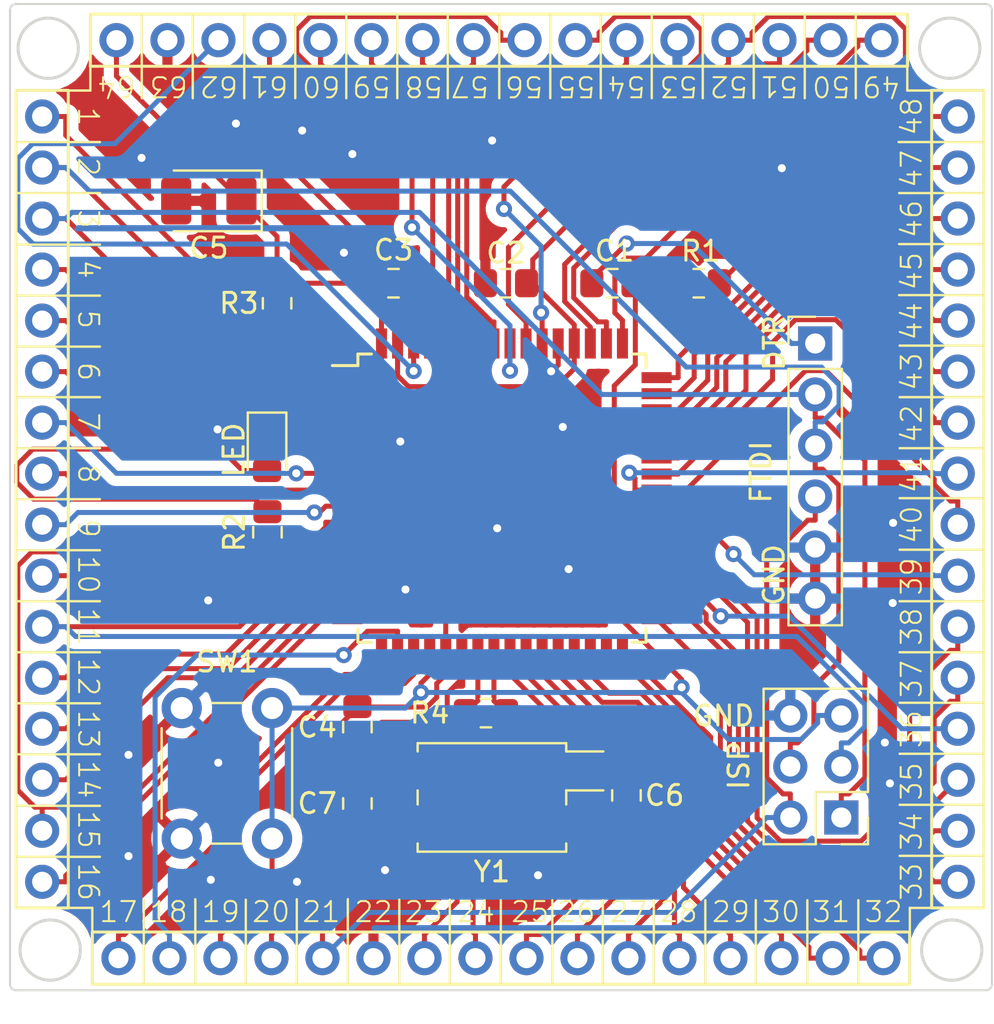
<source format=kicad_pcb>
(kicad_pcb (version 20171130) (host pcbnew "(5.1.5-0-10_14)")
  (layers (0 F.Cu signal) (31 B.Cu signal) (34 B.Paste user) (35 F.Paste user) (36 B.SilkS user) (37 F.SilkS user) (38 B.Mask user) (39 F.Mask user) (44 Edge.Cuts user))
  (net 0 "")
  (net 1 "Net-(C1-Pad2)")
  (net 2 /20)
  (net 3 GND)
  (net 4 +5V)
  (net 5 /24)
  (net 6 /23)
  (net 7 "Net-(D1-Pad2)")
  (net 8 /2)
  (net 9 /3)
  (net 10 /11)
  (net 11 /16)
  (net 12 /15)
  (net 13 /14)
  (net 14 /13)
  (net 15 /12)
  (net 16 /10)
  (net 17 /9)
  (net 18 /8)
  (net 19 /7)
  (net 20 /6)
  (net 21 /5)
  (net 22 /4)
  (net 23 /1)
  (net 24 /32)
  (net 25 /31)
  (net 26 /30)
  (net 27 /29)
  (net 28 /28)
  (net 29 /27)
  (net 30 /26)
  (net 31 /25)
  (net 32 /19)
  (net 33 /18)
  (net 34 /17)
  (net 35 /48)
  (net 36 /47)
  (net 37 /46)
  (net 38 /45)
  (net 39 /44)
  (net 40 /43)
  (net 41 /42)
  (net 42 /41)
  (net 43 /40)
  (net 44 /39)
  (net 45 /38)
  (net 46 /37)
  (net 47 /36)
  (net 48 /35)
  (net 49 /34)
  (net 50 /33)
  (net 51 /62)
  (net 52 /61)
  (net 53 /60)
  (net 54 /59)
  (net 55 /58)
  (net 56 /57)
  (net 57 /56)
  (net 58 /55)
  (net 59 /54)
  (net 60 /51)
  (net 61 /50)
  (net 62 /49)
  (module Button_Switch_THT:SW_PUSH_6mm_H5mm (layer F.Cu) (at 102.65 104.35 90)
    (fp_text reference SW1 (at 8.8 2.25 180) (layer F.SilkS))
    (fp_text value Reset)
    (pad 1 thru_hole circle (at 6.5 0 180) (size 2 2) (drill 1.1) (layers *.Cu *.Mask) (net 3 GND))
    (pad 2 thru_hole circle (at 6.5 4.5 180) (size 2 2) (drill 1.1) (layers *.Cu *.Mask) (net 2 /20))
    (pad 1 thru_hole circle (at 0 0 180) (size 2 2) (drill 1.1) (layers *.Cu *.Mask) (net 3 GND))
    (pad 2 thru_hole circle (at 0 4.5 180) (size 2 2) (drill 1.1) (layers *.Cu *.Mask) (net 2 /20))
  )
  (module Capacitor_Tantalum_SMD:CP_EIA-3528-12_Kemet-T_Pad1.50x2.35mm_HandSolder (layer F.Cu) (at 104 72.6 180)
    (fp_text reference C5 (at 0 -2.35) (layer F.SilkS))
    (fp_text value 10µ)
    (pad 2 smd roundrect (at 1.625 0 180) (size 1.5 2.35) (layers F.Cu F.Paste F.Mask) (roundrect_rratio 0.166667) (net 3 GND))
    (pad 1 smd roundrect (at -1.625 0 180) (size 1.5 2.35) (layers F.Cu F.Paste F.Mask) (roundrect_rratio 0.166667) (net 4 +5V))
  )
  (module Resistor_SMD:R_0805_2012Metric_Pad1.15x1.40mm_HandSolder (layer F.Cu) (at 117.8 98.1 180)
    (fp_text reference R4 (at 2.8 0) (layer F.SilkS))
    (fp_text value 1M)
    (pad 2 smd roundrect (at 1.025 0 180) (size 1.15 1.4) (layers F.Cu F.Paste F.Mask) (roundrect_rratio 0.217391) (net 6 /23))
    (pad 1 smd roundrect (at -1.025 0 180) (size 1.15 1.4) (layers F.Cu F.Paste F.Mask) (roundrect_rratio 0.217391) (net 5 /24))
  )
  (module Crystal:Crystal_SMD_EuroQuartz_MQ-4Pin_7.0x5.0mm_HandSoldering (layer F.Cu) (at 118.1 102.3 180)
    (fp_text reference Y1 (at 0 -3.7) (layer F.SilkS))
    (fp_text value 16M)
    (pad 4 smd rect (at -3.7 -1.32 180) (size 3.3 1.54) (layers F.Cu F.Paste F.Mask) (net 3 GND))
    (pad 3 smd rect (at 3.7 -1.32 180) (size 3.3 1.54) (layers F.Cu F.Paste F.Mask) (net 6 /23))
    (pad 2 smd rect (at 3.7 1.32 180) (size 3.3 1.54) (layers F.Cu F.Paste F.Mask) (net 3 GND))
    (pad 1 smd rect (at -3.7 1.32 180) (size 3.3 1.54) (layers F.Cu F.Paste F.Mask) (net 5 /24))
  )
  (module additional:PinHeader_1x16_P2.54mm_Vertical (layer F.Cu) (at 137.5 64.6 270)
    (fp_text reference J6 hide)
    (fp_text value 49-64)
    (pad 16 thru_hole oval (at 0 38.1 270) (size 1.7 1.7) (drill 1) (layers *.Cu *.Mask) (net 4 +5V))
    (pad 15 thru_hole oval (at 0 35.56 270) (size 1.7 1.7) (drill 1) (layers *.Cu *.Mask) (net 3 GND))
    (pad 14 thru_hole oval (at 0 33.02 270) (size 1.7 1.7) (drill 1) (layers *.Cu *.Mask) (net 51 /62))
    (pad 13 thru_hole oval (at 0 30.48 270) (size 1.7 1.7) (drill 1) (layers *.Cu *.Mask) (net 52 /61))
    (pad 12 thru_hole oval (at 0 27.94 270) (size 1.7 1.7) (drill 1) (layers *.Cu *.Mask) (net 53 /60))
    (pad 11 thru_hole oval (at 0 25.4 270) (size 1.7 1.7) (drill 1) (layers *.Cu *.Mask) (net 54 /59))
    (pad 10 thru_hole oval (at 0 22.86 270) (size 1.7 1.7) (drill 1) (layers *.Cu *.Mask) (net 55 /58))
    (pad 9 thru_hole oval (at 0 20.32 270) (size 1.7 1.7) (drill 1) (layers *.Cu *.Mask) (net 56 /57))
    (pad 8 thru_hole oval (at 0 17.78 270) (size 1.7 1.7) (drill 1) (layers *.Cu *.Mask) (net 57 /56))
    (pad 7 thru_hole oval (at 0 15.24 270) (size 1.7 1.7) (drill 1) (layers *.Cu *.Mask) (net 58 /55))
    (pad 6 thru_hole oval (at 0 12.7 270) (size 1.7 1.7) (drill 1) (layers *.Cu *.Mask) (net 59 /54))
    (pad 5 thru_hole oval (at 0 10.16 270) (size 1.7 1.7) (drill 1) (layers *.Cu *.Mask) (net 3 GND))
    (pad 4 thru_hole oval (at 0 7.62 270) (size 1.7 1.7) (drill 1) (layers *.Cu *.Mask) (net 4 +5V))
    (pad 3 thru_hole oval (at 0 5.08 270) (size 1.7 1.7) (drill 1) (layers *.Cu *.Mask) (net 60 /51))
    (pad 2 thru_hole oval (at 0 2.54 270) (size 1.7 1.7) (drill 1) (layers *.Cu *.Mask) (net 61 /50))
    (pad 1 thru_hole oval (at 0 0 270) (size 1.7 1.7) (drill 1) (layers *.Cu *.Mask) (net 62 /49))
  )
  (module additional:PinHeader_1x16_P2.54mm_Vertical (layer F.Cu) (at 141.3 106.5 180)
    (fp_text reference J5 hide)
    (fp_text value 33-48)
    (pad 16 thru_hole oval (at 0 38.1 180) (size 1.7 1.7) (drill 1) (layers *.Cu *.Mask) (net 35 /48))
    (pad 15 thru_hole oval (at 0 35.56 180) (size 1.7 1.7) (drill 1) (layers *.Cu *.Mask) (net 36 /47))
    (pad 14 thru_hole oval (at 0 33.02 180) (size 1.7 1.7) (drill 1) (layers *.Cu *.Mask) (net 37 /46))
    (pad 13 thru_hole oval (at 0 30.48 180) (size 1.7 1.7) (drill 1) (layers *.Cu *.Mask) (net 38 /45))
    (pad 12 thru_hole oval (at 0 27.94 180) (size 1.7 1.7) (drill 1) (layers *.Cu *.Mask) (net 39 /44))
    (pad 11 thru_hole oval (at 0 25.4 180) (size 1.7 1.7) (drill 1) (layers *.Cu *.Mask) (net 40 /43))
    (pad 10 thru_hole oval (at 0 22.86 180) (size 1.7 1.7) (drill 1) (layers *.Cu *.Mask) (net 41 /42))
    (pad 9 thru_hole oval (at 0 20.32 180) (size 1.7 1.7) (drill 1) (layers *.Cu *.Mask) (net 42 /41))
    (pad 8 thru_hole oval (at 0 17.78 180) (size 1.7 1.7) (drill 1) (layers *.Cu *.Mask) (net 43 /40))
    (pad 7 thru_hole oval (at 0 15.24 180) (size 1.7 1.7) (drill 1) (layers *.Cu *.Mask) (net 44 /39))
    (pad 6 thru_hole oval (at 0 12.7 180) (size 1.7 1.7) (drill 1) (layers *.Cu *.Mask) (net 45 /38))
    (pad 5 thru_hole oval (at 0 10.16 180) (size 1.7 1.7) (drill 1) (layers *.Cu *.Mask) (net 46 /37))
    (pad 4 thru_hole oval (at 0 7.62 180) (size 1.7 1.7) (drill 1) (layers *.Cu *.Mask) (net 47 /36))
    (pad 3 thru_hole oval (at 0 5.08 180) (size 1.7 1.7) (drill 1) (layers *.Cu *.Mask) (net 48 /35))
    (pad 2 thru_hole oval (at 0 2.54 180) (size 1.7 1.7) (drill 1) (layers *.Cu *.Mask) (net 49 /34))
    (pad 1 thru_hole oval (at 0 0 180) (size 1.7 1.7) (drill 1) (layers *.Cu *.Mask) (net 50 /33))
  )
  (module additional:PinHeader_1x16_P2.54mm_Vertical (layer F.Cu) (at 99.5 110.3 90)
    (fp_text reference J4 hide)
    (fp_text value 17-32)
    (pad 16 thru_hole oval (at 0 38.1 90) (size 1.7 1.7) (drill 1) (layers *.Cu *.Mask) (net 24 /32))
    (pad 15 thru_hole oval (at 0 35.56 90) (size 1.7 1.7) (drill 1) (layers *.Cu *.Mask) (net 25 /31))
    (pad 14 thru_hole oval (at 0 33.02 90) (size 1.7 1.7) (drill 1) (layers *.Cu *.Mask) (net 26 /30))
    (pad 13 thru_hole oval (at 0 30.48 90) (size 1.7 1.7) (drill 1) (layers *.Cu *.Mask) (net 27 /29))
    (pad 12 thru_hole oval (at 0 27.94 90) (size 1.7 1.7) (drill 1) (layers *.Cu *.Mask) (net 28 /28))
    (pad 11 thru_hole oval (at 0 25.4 90) (size 1.7 1.7) (drill 1) (layers *.Cu *.Mask) (net 29 /27))
    (pad 10 thru_hole oval (at 0 22.86 90) (size 1.7 1.7) (drill 1) (layers *.Cu *.Mask) (net 30 /26))
    (pad 9 thru_hole oval (at 0 20.32 90) (size 1.7 1.7) (drill 1) (layers *.Cu *.Mask) (net 31 /25))
    (pad 8 thru_hole oval (at 0 17.78 90) (size 1.7 1.7) (drill 1) (layers *.Cu *.Mask) (net 5 /24))
    (pad 7 thru_hole oval (at 0 15.24 90) (size 1.7 1.7) (drill 1) (layers *.Cu *.Mask) (net 6 /23))
    (pad 6 thru_hole oval (at 0 12.7 90) (size 1.7 1.7) (drill 1) (layers *.Cu *.Mask) (net 3 GND))
    (pad 5 thru_hole oval (at 0 10.16 90) (size 1.7 1.7) (drill 1) (layers *.Cu *.Mask) (net 4 +5V))
    (pad 4 thru_hole oval (at 0 7.62 90) (size 1.7 1.7) (drill 1) (layers *.Cu *.Mask) (net 2 /20))
    (pad 3 thru_hole oval (at 0 5.08 90) (size 1.7 1.7) (drill 1) (layers *.Cu *.Mask) (net 32 /19))
    (pad 2 thru_hole oval (at 0 2.54 90) (size 1.7 1.7) (drill 1) (layers *.Cu *.Mask) (net 33 /18))
    (pad 1 thru_hole oval (at 0 0 90) (size 1.7 1.7) (drill 1) (layers *.Cu *.Mask) (net 34 /17))
  )
  (module additional:PinHeader_1x16_P2.54mm_Vertical (layer F.Cu) (at 95.7 68.4)
    (fp_text reference J3 hide)
    (fp_text value 1-16)
    (pad 16 thru_hole oval (at 0 38.1) (size 1.7 1.7) (drill 1) (layers *.Cu *.Mask) (net 11 /16))
    (pad 15 thru_hole oval (at 0 35.56) (size 1.7 1.7) (drill 1) (layers *.Cu *.Mask) (net 12 /15))
    (pad 14 thru_hole oval (at 0 33.02) (size 1.7 1.7) (drill 1) (layers *.Cu *.Mask) (net 13 /14))
    (pad 13 thru_hole oval (at 0 30.48) (size 1.7 1.7) (drill 1) (layers *.Cu *.Mask) (net 14 /13))
    (pad 12 thru_hole oval (at 0 27.94) (size 1.7 1.7) (drill 1) (layers *.Cu *.Mask) (net 15 /12))
    (pad 11 thru_hole oval (at 0 25.4) (size 1.7 1.7) (drill 1) (layers *.Cu *.Mask) (net 10 /11))
    (pad 10 thru_hole oval (at 0 22.86) (size 1.7 1.7) (drill 1) (layers *.Cu *.Mask) (net 16 /10))
    (pad 9 thru_hole oval (at 0 20.32) (size 1.7 1.7) (drill 1) (layers *.Cu *.Mask) (net 17 /9))
    (pad 8 thru_hole oval (at 0 17.78) (size 1.7 1.7) (drill 1) (layers *.Cu *.Mask) (net 18 /8))
    (pad 7 thru_hole oval (at 0 15.24) (size 1.7 1.7) (drill 1) (layers *.Cu *.Mask) (net 19 /7))
    (pad 6 thru_hole oval (at 0 12.7) (size 1.7 1.7) (drill 1) (layers *.Cu *.Mask) (net 20 /6))
    (pad 5 thru_hole oval (at 0 10.16) (size 1.7 1.7) (drill 1) (layers *.Cu *.Mask) (net 21 /5))
    (pad 4 thru_hole oval (at 0 7.62) (size 1.7 1.7) (drill 1) (layers *.Cu *.Mask) (net 22 /4))
    (pad 3 thru_hole oval (at 0 5.08) (size 1.7 1.7) (drill 1) (layers *.Cu *.Mask) (net 9 /3))
    (pad 2 thru_hole oval (at 0 2.54) (size 1.7 1.7) (drill 1) (layers *.Cu *.Mask) (net 8 /2))
    (pad 1 thru_hole oval (at 0 0) (size 1.7 1.7) (drill 1) (layers *.Cu *.Mask) (net 23 /1))
  )
  (module Capacitor_SMD:C_0805_2012Metric_Pad1.15x1.40mm_HandSolder (layer F.Cu) (at 111.4 98.8 270)
    (fp_text reference C4 (at 0 2 180) (layer F.SilkS))
    (fp_text value 100n)
    (pad 2 smd roundrect (at 1.025 0 270) (size 1.15 1.4) (layers F.Cu F.Paste F.Mask) (roundrect_rratio 0.217391) (net 3 GND))
    (pad 1 smd roundrect (at -1.025 0 270) (size 1.15 1.4) (layers F.Cu F.Paste F.Mask) (roundrect_rratio 0.217391) (net 4 +5V))
  )
  (module Package_QFP:TQFP-64_14x14mm_P0.8mm (layer F.Cu) (at 118.6 87.4)
    (fp_text reference U1 hide)
    (fp_text value ATmega128-16AU)
    (pad 64 smd rect (at -6 -7.7 90) (size 1.5 0.55) (layers F.Cu F.Paste F.Mask) (net 4 +5V))
    (pad 63 smd rect (at -5.2 -7.7 90) (size 1.5 0.55) (layers F.Cu F.Paste F.Mask) (net 3 GND))
    (pad 62 smd rect (at -4.4 -7.7 90) (size 1.5 0.55) (layers F.Cu F.Paste F.Mask) (net 51 /62))
    (pad 61 smd rect (at -3.6 -7.7 90) (size 1.5 0.55) (layers F.Cu F.Paste F.Mask) (net 52 /61))
    (pad 60 smd rect (at -2.8 -7.7 90) (size 1.5 0.55) (layers F.Cu F.Paste F.Mask) (net 53 /60))
    (pad 59 smd rect (at -2 -7.7 90) (size 1.5 0.55) (layers F.Cu F.Paste F.Mask) (net 54 /59))
    (pad 58 smd rect (at -1.2 -7.7 90) (size 1.5 0.55) (layers F.Cu F.Paste F.Mask) (net 55 /58))
    (pad 57 smd rect (at -0.4 -7.7 90) (size 1.5 0.55) (layers F.Cu F.Paste F.Mask) (net 56 /57))
    (pad 56 smd rect (at 0.4 -7.7 90) (size 1.5 0.55) (layers F.Cu F.Paste F.Mask) (net 57 /56))
    (pad 55 smd rect (at 1.2 -7.7 90) (size 1.5 0.55) (layers F.Cu F.Paste F.Mask) (net 58 /55))
    (pad 54 smd rect (at 2 -7.7 90) (size 1.5 0.55) (layers F.Cu F.Paste F.Mask) (net 59 /54))
    (pad 53 smd rect (at 2.8 -7.7 90) (size 1.5 0.55) (layers F.Cu F.Paste F.Mask) (net 3 GND))
    (pad 52 smd rect (at 3.6 -7.7 90) (size 1.5 0.55) (layers F.Cu F.Paste F.Mask) (net 4 +5V))
    (pad 51 smd rect (at 4.4 -7.7 90) (size 1.5 0.55) (layers F.Cu F.Paste F.Mask) (net 60 /51))
    (pad 50 smd rect (at 5.2 -7.7 90) (size 1.5 0.55) (layers F.Cu F.Paste F.Mask) (net 61 /50))
    (pad 49 smd rect (at 6 -7.7 90) (size 1.5 0.55) (layers F.Cu F.Paste F.Mask) (net 62 /49))
    (pad 48 smd rect (at 7.7 -6) (size 1.5 0.55) (layers F.Cu F.Paste F.Mask) (net 35 /48))
    (pad 47 smd rect (at 7.7 -5.2) (size 1.5 0.55) (layers F.Cu F.Paste F.Mask) (net 36 /47))
    (pad 46 smd rect (at 7.7 -4.4) (size 1.5 0.55) (layers F.Cu F.Paste F.Mask) (net 37 /46))
    (pad 45 smd rect (at 7.7 -3.6) (size 1.5 0.55) (layers F.Cu F.Paste F.Mask) (net 38 /45))
    (pad 44 smd rect (at 7.7 -2.8) (size 1.5 0.55) (layers F.Cu F.Paste F.Mask) (net 39 /44))
    (pad 43 smd rect (at 7.7 -2) (size 1.5 0.55) (layers F.Cu F.Paste F.Mask) (net 40 /43))
    (pad 42 smd rect (at 7.7 -1.2) (size 1.5 0.55) (layers F.Cu F.Paste F.Mask) (net 41 /42))
    (pad 41 smd rect (at 7.7 -0.4) (size 1.5 0.55) (layers F.Cu F.Paste F.Mask) (net 42 /41))
    (pad 40 smd rect (at 7.7 0.4) (size 1.5 0.55) (layers F.Cu F.Paste F.Mask) (net 43 /40))
    (pad 39 smd rect (at 7.7 1.2) (size 1.5 0.55) (layers F.Cu F.Paste F.Mask) (net 44 /39))
    (pad 38 smd rect (at 7.7 2) (size 1.5 0.55) (layers F.Cu F.Paste F.Mask) (net 45 /38))
    (pad 37 smd rect (at 7.7 2.8) (size 1.5 0.55) (layers F.Cu F.Paste F.Mask) (net 46 /37))
    (pad 36 smd rect (at 7.7 3.6) (size 1.5 0.55) (layers F.Cu F.Paste F.Mask) (net 47 /36))
    (pad 35 smd rect (at 7.7 4.4) (size 1.5 0.55) (layers F.Cu F.Paste F.Mask) (net 48 /35))
    (pad 34 smd rect (at 7.7 5.2) (size 1.5 0.55) (layers F.Cu F.Paste F.Mask) (net 49 /34))
    (pad 33 smd rect (at 7.7 6) (size 1.5 0.55) (layers F.Cu F.Paste F.Mask) (net 50 /33))
    (pad 32 smd rect (at 6 7.7 90) (size 1.5 0.55) (layers F.Cu F.Paste F.Mask) (net 24 /32))
    (pad 31 smd rect (at 5.2 7.7 90) (size 1.5 0.55) (layers F.Cu F.Paste F.Mask) (net 25 /31))
    (pad 30 smd rect (at 4.4 7.7 90) (size 1.5 0.55) (layers F.Cu F.Paste F.Mask) (net 26 /30))
    (pad 29 smd rect (at 3.6 7.7 90) (size 1.5 0.55) (layers F.Cu F.Paste F.Mask) (net 27 /29))
    (pad 28 smd rect (at 2.8 7.7 90) (size 1.5 0.55) (layers F.Cu F.Paste F.Mask) (net 28 /28))
    (pad 27 smd rect (at 2 7.7 90) (size 1.5 0.55) (layers F.Cu F.Paste F.Mask) (net 29 /27))
    (pad 26 smd rect (at 1.2 7.7 90) (size 1.5 0.55) (layers F.Cu F.Paste F.Mask) (net 30 /26))
    (pad 25 smd rect (at 0.4 7.7 90) (size 1.5 0.55) (layers F.Cu F.Paste F.Mask) (net 31 /25))
    (pad 24 smd rect (at -0.4 7.7 90) (size 1.5 0.55) (layers F.Cu F.Paste F.Mask) (net 5 /24))
    (pad 23 smd rect (at -1.2 7.7 90) (size 1.5 0.55) (layers F.Cu F.Paste F.Mask) (net 6 /23))
    (pad 22 smd rect (at -2 7.7 90) (size 1.5 0.55) (layers F.Cu F.Paste F.Mask) (net 3 GND))
    (pad 21 smd rect (at -2.8 7.7 90) (size 1.5 0.55) (layers F.Cu F.Paste F.Mask) (net 4 +5V))
    (pad 20 smd rect (at -3.6 7.7 90) (size 1.5 0.55) (layers F.Cu F.Paste F.Mask) (net 2 /20))
    (pad 19 smd rect (at -4.4 7.7 90) (size 1.5 0.55) (layers F.Cu F.Paste F.Mask) (net 32 /19))
    (pad 18 smd rect (at -5.2 7.7 90) (size 1.5 0.55) (layers F.Cu F.Paste F.Mask) (net 33 /18))
    (pad 17 smd rect (at -6 7.7 90) (size 1.5 0.55) (layers F.Cu F.Paste F.Mask) (net 34 /17))
    (pad 16 smd rect (at -7.7 6) (size 1.5 0.55) (layers F.Cu F.Paste F.Mask) (net 11 /16))
    (pad 15 smd rect (at -7.7 5.2) (size 1.5 0.55) (layers F.Cu F.Paste F.Mask) (net 12 /15))
    (pad 14 smd rect (at -7.7 4.4) (size 1.5 0.55) (layers F.Cu F.Paste F.Mask) (net 13 /14))
    (pad 13 smd rect (at -7.7 3.6) (size 1.5 0.55) (layers F.Cu F.Paste F.Mask) (net 14 /13))
    (pad 12 smd rect (at -7.7 2.8) (size 1.5 0.55) (layers F.Cu F.Paste F.Mask) (net 15 /12))
    (pad 11 smd rect (at -7.7 2) (size 1.5 0.55) (layers F.Cu F.Paste F.Mask) (net 10 /11))
    (pad 10 smd rect (at -7.7 1.2) (size 1.5 0.55) (layers F.Cu F.Paste F.Mask) (net 16 /10))
    (pad 9 smd rect (at -7.7 0.4) (size 1.5 0.55) (layers F.Cu F.Paste F.Mask) (net 17 /9))
    (pad 8 smd rect (at -7.7 -0.4) (size 1.5 0.55) (layers F.Cu F.Paste F.Mask) (net 18 /8))
    (pad 7 smd rect (at -7.7 -1.2) (size 1.5 0.55) (layers F.Cu F.Paste F.Mask) (net 19 /7))
    (pad 6 smd rect (at -7.7 -2) (size 1.5 0.55) (layers F.Cu F.Paste F.Mask) (net 20 /6))
    (pad 5 smd rect (at -7.7 -2.8) (size 1.5 0.55) (layers F.Cu F.Paste F.Mask) (net 21 /5))
    (pad 4 smd rect (at -7.7 -3.6) (size 1.5 0.55) (layers F.Cu F.Paste F.Mask) (net 22 /4))
    (pad 3 smd rect (at -7.7 -4.4) (size 1.5 0.55) (layers F.Cu F.Paste F.Mask) (net 9 /3))
    (pad 2 smd rect (at -7.7 -5.2) (size 1.5 0.55) (layers F.Cu F.Paste F.Mask) (net 8 /2))
    (pad 1 smd rect (at -7.7 -6) (size 1.5 0.55) (layers F.Cu F.Paste F.Mask) (net 23 /1))
  )
  (module Resistor_SMD:R_0805_2012Metric_Pad1.15x1.40mm_HandSolder (layer F.Cu) (at 107.4 77.7 90)
    (fp_text reference R3 (at 0 -1.9 180) (layer F.SilkS))
    (fp_text value 1k)
    (pad 2 smd roundrect (at 1.025 0 90) (size 1.15 1.4) (layers F.Cu F.Paste F.Mask) (roundrect_rratio 0.217391) (net 4 +5V))
    (pad 1 smd roundrect (at -1.025 0 90) (size 1.15 1.4) (layers F.Cu F.Paste F.Mask) (roundrect_rratio 0.217391) (net 23 /1))
  )
  (module Resistor_SMD:R_0805_2012Metric_Pad1.15x1.40mm_HandSolder (layer F.Cu) (at 106.92 89.1 90)
    (fp_text reference R2 (at 0 -1.65 90) (layer F.SilkS))
    (fp_text value 330)
    (pad 2 smd roundrect (at 1.025 0 90) (size 1.15 1.4) (layers F.Cu F.Paste F.Mask) (roundrect_rratio 0.217391) (net 7 "Net-(D1-Pad2)"))
    (pad 1 smd roundrect (at -1.025 0 90) (size 1.15 1.4) (layers F.Cu F.Paste F.Mask) (roundrect_rratio 0.217391) (net 12 /15))
  )
  (module Resistor_SMD:R_0805_2012Metric_Pad1.15x1.40mm_HandSolder (layer F.Cu) (at 128.4 76.7 180)
    (fp_text reference R1 (at -0.1 1.6) (layer F.SilkS))
    (fp_text value 10k)
    (pad 2 smd roundrect (at 1.025 0 180) (size 1.15 1.4) (layers F.Cu F.Paste F.Mask) (roundrect_rratio 0.217391) (net 2 /20))
    (pad 1 smd roundrect (at -1.025 0 180) (size 1.15 1.4) (layers F.Cu F.Paste F.Mask) (roundrect_rratio 0.217391) (net 4 +5V))
  )
  (module Connector_PinHeader_2.54mm:PinHeader_2x03_P2.54mm_Vertical (layer F.Cu) (at 135.5 103.3 180)
    (fp_text reference J2 hide)
    (fp_text value ISP (at 5.1 2.6 90) (layer F.SilkS))
    (pad 6 thru_hole oval (at 2.54 5.08 180) (size 1.7 1.7) (drill 1) (layers *.Cu *.Mask) (net 3 GND))
    (pad 5 thru_hole oval (at 0 5.08 180) (size 1.7 1.7) (drill 1) (layers *.Cu *.Mask) (net 2 /20))
    (pad 4 thru_hole oval (at 2.54 2.54 180) (size 1.7 1.7) (drill 1) (layers *.Cu *.Mask) (net 8 /2))
    (pad 3 thru_hole oval (at 0 2.54 180) (size 1.7 1.7) (drill 1) (layers *.Cu *.Mask) (net 10 /11))
    (pad 2 thru_hole oval (at 2.54 0 180) (size 1.7 1.7) (drill 1) (layers *.Cu *.Mask) (net 4 +5V))
    (pad 1 thru_hole rect (at 0 0 180) (size 1.7 1.7) (drill 1) (layers *.Cu *.Mask) (net 9 /3))
  )
  (module Connector_PinHeader_2.54mm:PinHeader_1x06_P2.54mm_Vertical (layer F.Cu) (at 134.2 79.7)
    (fp_text reference J1 hide)
    (fp_text value FTDI (at -2.7 6.4 90) (layer F.SilkS))
    (pad 6 thru_hole oval (at 0 12.7) (size 1.7 1.7) (drill 1) (layers *.Cu *.Mask) (net 3 GND))
    (pad 5 thru_hole oval (at 0 10.16) (size 1.7 1.7) (drill 1) (layers *.Cu *.Mask) (net 3 GND))
    (pad 4 thru_hole oval (at 0 7.62) (size 1.7 1.7) (drill 1) (layers *.Cu *.Mask) (net 4 +5V))
    (pad 3 thru_hole oval (at 0 5.08) (size 1.7 1.7) (drill 1) (layers *.Cu *.Mask) (net 8 /2))
    (pad 2 thru_hole oval (at 0 2.54) (size 1.7 1.7) (drill 1) (layers *.Cu *.Mask) (net 9 /3))
    (pad 1 thru_hole rect (at 0 0) (size 1.7 1.7) (drill 1) (layers *.Cu *.Mask) (net 1 "Net-(C1-Pad2)"))
  )
  (module LED_SMD:LED_0805_2012Metric_Pad1.15x1.40mm_HandSolder (layer F.Cu) (at 106.9 85 270)
    (fp_text reference D1 hide)
    (fp_text value LED (at 0 1.65 90) (layer F.SilkS))
    (pad 2 smd roundrect (at 1.025 0 270) (size 1.15 1.4) (layers F.Cu F.Paste F.Mask) (roundrect_rratio 0.217391) (net 7 "Net-(D1-Pad2)"))
    (pad 1 smd roundrect (at -1.025 0 270) (size 1.15 1.4) (layers F.Cu F.Paste F.Mask) (roundrect_rratio 0.217391) (net 3 GND))
  )
  (module Capacitor_SMD:C_0805_2012Metric_Pad1.15x1.40mm_HandSolder (layer F.Cu) (at 111.4 102.6 270)
    (fp_text reference C7 (at 0 2 180) (layer F.SilkS))
    (fp_text value 22p)
    (pad 2 smd roundrect (at 1.025 0 270) (size 1.15 1.4) (layers F.Cu F.Paste F.Mask) (roundrect_rratio 0.217391) (net 6 /23))
    (pad 1 smd roundrect (at -1.025 0 270) (size 1.15 1.4) (layers F.Cu F.Paste F.Mask) (roundrect_rratio 0.217391) (net 3 GND))
  )
  (module Capacitor_SMD:C_0805_2012Metric_Pad1.15x1.40mm_HandSolder (layer F.Cu) (at 124.8 102.2 90)
    (fp_text reference C6 (at 0 1.9 180) (layer F.SilkS))
    (fp_text value 22p)
    (pad 2 smd roundrect (at 1.025 0 90) (size 1.15 1.4) (layers F.Cu F.Paste F.Mask) (roundrect_rratio 0.217391) (net 5 /24))
    (pad 1 smd roundrect (at -1.025 0 90) (size 1.15 1.4) (layers F.Cu F.Paste F.Mask) (roundrect_rratio 0.217391) (net 3 GND))
  )
  (module Capacitor_SMD:C_0805_2012Metric_Pad1.15x1.40mm_HandSolder (layer F.Cu) (at 118.8 76.7 180)
    (fp_text reference C2 (at 0 1.5) (layer F.SilkS))
    (fp_text value 100n)
    (pad 2 smd roundrect (at 1.025 0 180) (size 1.15 1.4) (layers F.Cu F.Paste F.Mask) (roundrect_rratio 0.217391) (net 3 GND))
    (pad 1 smd roundrect (at -1.025 0 180) (size 1.15 1.4) (layers F.Cu F.Paste F.Mask) (roundrect_rratio 0.217391) (net 4 +5V))
  )
  (module Capacitor_SMD:C_0805_2012Metric_Pad1.15x1.40mm_HandSolder (layer F.Cu) (at 113.2 76.7)
    (fp_text reference C3 (at 0 -1.65) (layer F.SilkS))
    (fp_text value 100n)
    (pad 2 smd roundrect (at 1.025 0) (size 1.15 1.4) (layers F.Cu F.Paste F.Mask) (roundrect_rratio 0.217391) (net 3 GND))
    (pad 1 smd roundrect (at -1.025 0) (size 1.15 1.4) (layers F.Cu F.Paste F.Mask) (roundrect_rratio 0.217391) (net 4 +5V))
  )
  (module Capacitor_SMD:C_0805_2012Metric_Pad1.15x1.40mm_HandSolder (layer F.Cu) (at 124.1 76.7 180)
    (fp_text reference C1 (at -0.1 1.6) (layer F.SilkS))
    (fp_text value 100n)
    (pad 2 smd roundrect (at 1.025 0 180) (size 1.15 1.4) (layers F.Cu F.Paste F.Mask) (roundrect_rratio 0.217391) (net 1 "Net-(C1-Pad2)"))
    (pad 1 smd roundrect (at -1.025 0 180) (size 1.15 1.4) (layers F.Cu F.Paste F.Mask) (roundrect_rratio 0.217391) (net 2 /20))
  )
  (gr_text 64 (at 99.4 66.9 180) (layer F.SilkS) (effects (font (size 1 1) (thickness 0.1))))
  (gr_text DTR (at 132.16 79.67 90) (layer F.SilkS) (effects (font (size 1 1))))
  (gr_text GND (at 132.15 91.22 90) (layer F.SilkS) (effects (font (size 1 1))))
  (gr_text GND (at 129.64 98.24) (layer F.SilkS) (effects (font (size 1 1))))
  (gr_line (start 142.7 111.9) (end 94.4 111.9) (layer Edge.Cuts) (width 0.1))
  (gr_arc (start 142.7 111.6) (end 142.7 111.9) (angle -90) (layer Edge.Cuts) (width 0.1))
  (gr_circle (center 140.9 65) (end 142.4 65) (layer Edge.Cuts) (width 0.15))
  (gr_circle (center 141 109.9) (end 142.5 109.9) (layer Edge.Cuts) (width 0.15))
  (gr_circle (center 96 65) (end 97.5 65) (layer Edge.Cuts) (width 0.15))
  (gr_circle (center 96.1 109.9) (end 97.6 109.9) (layer Edge.Cuts) (width 0.15))
  (gr_line (start 143 111.6) (end 143 63.1) (layer Edge.Cuts) (width 0.1))
  (gr_line (start 98.1964 111.607601) (end 98.1964 107.7976) (layer F.SilkS) (width 0.12))
  (gr_line (start 94.3864 107.7976) (end 98.1964 107.7976) (layer F.SilkS) (width 0.12))
  (gr_line (start 94.3864 105.2576) (end 98.577401 105.2576) (layer F.SilkS) (width 0.12))
  (gr_line (start 94.3864 102.7176) (end 98.577401 102.7176) (layer F.SilkS) (width 0.12))
  (gr_line (start 94.3864 100.1522) (end 98.577401 100.1522) (layer F.SilkS) (width 0.12))
  (gr_line (start 94.3864 97.6122) (end 98.577401 97.6122) (layer F.SilkS) (width 0.12))
  (gr_line (start 94.3864 95.0722) (end 98.577401 95.0722) (layer F.SilkS) (width 0.12))
  (gr_line (start 94.3864 92.5322) (end 98.577401 92.5322) (layer F.SilkS) (width 0.12))
  (gr_line (start 94.3864 89.9922) (end 98.577401 89.9922) (layer F.SilkS) (width 0.12))
  (gr_line (start 94.3864 87.4522) (end 98.577401 87.4522) (layer F.SilkS) (width 0.12))
  (gr_line (start 94.3864 84.9122) (end 98.577401 84.9122) (layer F.SilkS) (width 0.12))
  (gr_line (start 94.3864 82.3722) (end 98.577401 82.3722) (layer F.SilkS) (width 0.12))
  (gr_line (start 94.3864 79.8576) (end 98.577401 79.8576) (layer F.SilkS) (width 0.12))
  (gr_line (start 94.3864 77.3176) (end 98.577401 77.3176) (layer F.SilkS) (width 0.12))
  (gr_line (start 94.3864 74.7776) (end 98.577401 74.7776) (layer F.SilkS) (width 0.12))
  (gr_line (start 94.3864 72.2122) (end 98.577401 72.2122) (layer F.SilkS) (width 0.12))
  (gr_line (start 94.386399 69.6722) (end 98.5774 69.6722) (layer F.SilkS) (width 0.12))
  (gr_line (start 94.386399 67.1068) (end 98.0948 67.1068) (layer F.SilkS) (width 0.12))
  (gr_line (start 98.1 63.3) (end 98.1 67.1068) (layer F.SilkS) (width 0.12))
  (gr_line (start 100.6602 63.2968) (end 100.6602 67.487801) (layer F.SilkS) (width 0.12))
  (gr_line (start 103.2002 63.2968) (end 103.2002 67.487801) (layer F.SilkS) (width 0.12))
  (gr_line (start 105.7656 63.2968) (end 105.7656 67.487801) (layer F.SilkS) (width 0.12))
  (gr_line (start 108.3056 63.2968) (end 108.3056 67.487801) (layer F.SilkS) (width 0.12))
  (gr_line (start 110.8456 63.2968) (end 110.8456 67.487801) (layer F.SilkS) (width 0.12))
  (gr_line (start 113.3856 63.2968) (end 113.3856 67.487801) (layer F.SilkS) (width 0.12))
  (gr_line (start 115.9002 63.2968) (end 115.9002 67.487801) (layer F.SilkS) (width 0.12))
  (gr_line (start 118.4656 63.2968) (end 118.4656 67.487801) (layer F.SilkS) (width 0.12))
  (gr_line (start 121.0056 63.2968) (end 121.0056 67.487801) (layer F.SilkS) (width 0.12))
  (gr_line (start 123.5202 63.2968) (end 123.5202 67.487801) (layer F.SilkS) (width 0.12))
  (gr_line (start 126.0602 63.2968) (end 126.0602 67.487801) (layer F.SilkS) (width 0.12))
  (gr_line (start 142.5702 67.1068) (end 138.7856 67.1068) (layer F.SilkS) (width 0.12))
  (gr_line (start 138.7856 63.2968) (end 138.7856 67.1068) (layer F.SilkS) (width 0.12))
  (gr_line (start 128.6002 63.2968) (end 128.6002 67.487801) (layer F.SilkS) (width 0.12))
  (gr_line (start 131.1402 63.2968) (end 131.1402 67.487801) (layer F.SilkS) (width 0.12))
  (gr_line (start 133.6802 63.2968) (end 133.6802 67.487801) (layer F.SilkS) (width 0.12))
  (gr_line (start 136.2202 63.2968) (end 136.2202 67.487801) (layer F.SilkS) (width 0.12))
  (gr_line (start 142.6 107.8) (end 138.9126 107.8) (layer F.SilkS) (width 0.12))
  (gr_line (start 138.9126 111.6076) (end 138.9126 107.7976) (layer F.SilkS) (width 0.12))
  (gr_line (start 142.5448 69.6722) (end 138.353799 69.6722) (layer F.SilkS) (width 0.12))
  (gr_line (start 142.5702 72.2122) (end 138.379199 72.2122) (layer F.SilkS) (width 0.12))
  (gr_line (start 142.5702 74.7522) (end 138.379199 74.7522) (layer F.SilkS) (width 0.12))
  (gr_line (start 142.5702 77.2922) (end 138.379199 77.2922) (layer F.SilkS) (width 0.12))
  (gr_line (start 142.5956 79.8068) (end 138.404599 79.8068) (layer F.SilkS) (width 0.12))
  (gr_line (start 142.5956 82.3722) (end 138.404599 82.3722) (layer F.SilkS) (width 0.12))
  (gr_line (start 142.5956 84.9122) (end 138.404599 84.9122) (layer F.SilkS) (width 0.12))
  (gr_line (start 142.5956 87.4014) (end 138.404599 87.4014) (layer F.SilkS) (width 0.12))
  (gr_line (start 142.5956 89.9668) (end 138.404599 89.9668) (layer F.SilkS) (width 0.12))
  (gr_line (start 142.5956 92.5322) (end 138.404599 92.5322) (layer F.SilkS) (width 0.12))
  (gr_line (start 142.5956 95.0722) (end 138.404599 95.0722) (layer F.SilkS) (width 0.12))
  (gr_line (start 142.5956 97.5868) (end 138.404599 97.5868) (layer F.SilkS) (width 0.12))
  (gr_line (start 142.5956 100.1268) (end 138.404599 100.1268) (layer F.SilkS) (width 0.12))
  (gr_line (start 142.5956 102.6668) (end 138.404599 102.6668) (layer F.SilkS) (width 0.12))
  (gr_line (start 142.5956 105.2068) (end 138.404599 105.2068) (layer F.SilkS) (width 0.12))
  (gr_line (start 136.3472 111.6076) (end 136.3472 107.4166) (layer F.SilkS) (width 0.12))
  (gr_line (start 133.8072 111.6076) (end 133.8072 107.4166) (layer F.SilkS) (width 0.12))
  (gr_line (start 131.2418 111.6076) (end 131.2418 107.4166) (layer F.SilkS) (width 0.12))
  (gr_line (start 128.7272 111.6076) (end 128.7272 107.4166) (layer F.SilkS) (width 0.12))
  (gr_line (start 126.1618 111.6076) (end 126.1618 107.4166) (layer F.SilkS) (width 0.12))
  (gr_line (start 123.6218 111.6076) (end 123.6218 107.4166) (layer F.SilkS) (width 0.12))
  (gr_line (start 121.1072 111.6076) (end 121.1072 107.4166) (layer F.SilkS) (width 0.12))
  (gr_line (start 118.5418 111.6076) (end 118.5418 107.4166) (layer F.SilkS) (width 0.12))
  (gr_line (start 116.0018 111.5822) (end 116.0018 107.3912) (layer F.SilkS) (width 0.12))
  (gr_line (start 113.4872 111.5822) (end 113.4872 107.3912) (layer F.SilkS) (width 0.12))
  (gr_line (start 110.9218 111.5568) (end 110.9218 107.3658) (layer F.SilkS) (width 0.12))
  (gr_line (start 108.3818 111.5568) (end 108.3818 107.3658) (layer F.SilkS) (width 0.12))
  (gr_line (start 105.8418 111.5822) (end 105.8418 107.3912) (layer F.SilkS) (width 0.12))
  (gr_line (start 103.3272 111.5568) (end 103.3272 107.3658) (layer F.SilkS) (width 0.12))
  (gr_line (start 100.7618 111.5822) (end 100.7618 107.3912) (layer F.SilkS) (width 0.12))
  (gr_arc (start 94.4 111.6) (end 94.1 111.6) (angle -90) (layer Edge.Cuts) (width 0.1))
  (gr_arc (start 142.7 63.1) (end 143 63.1) (angle -90) (layer Edge.Cuts) (width 0.1))
  (gr_arc (start 94.4 63.1) (end 94.4 62.8) (angle -90) (layer Edge.Cuts) (width 0.1))
  (gr_line (start 94.4 62.8) (end 142.7 62.8) (layer Edge.Cuts) (width 0.1))
  (gr_line (start 94.1 111.6) (end 94.1 63.1) (layer Edge.Cuts) (width 0.1))
  (gr_text 60 (at 109.6 66.9 180) (layer F.SilkS) (effects (font (size 1 1) (thickness 0.1))))
  (gr_text 63 (at 101.999999 66.9 180) (layer F.SilkS) (effects (font (size 1 1) (thickness 0.1))))
  (gr_text 53 (at 127.4 66.9 180) (layer F.SilkS) (effects (font (size 1 1) (thickness 0.1))))
  (gr_text 59 (at 112.1 66.9 180) (layer F.SilkS) (effects (font (size 1 1) (thickness 0.1))))
  (gr_text 56 (at 119.700001 66.9 180) (layer F.SilkS) (effects (font (size 1 1) (thickness 0.1))))
  (gr_text 51 (at 132.400001 66.9 180) (layer F.SilkS) (effects (font (size 1 1) (thickness 0.1))))
  (gr_text 50 (at 135 66.9 180) (layer F.SilkS) (effects (font (size 1 1) (thickness 0.1))))
  (gr_text 52 (at 129.9 66.9 180) (layer F.SilkS) (effects (font (size 1 1) (thickness 0.1))))
  (gr_text 58 (at 114.700001 66.9 180) (layer F.SilkS) (effects (font (size 1 1) (thickness 0.1))))
  (gr_text 57 (at 117 66.9 180) (layer F.SilkS) (effects (font (size 1 1) (thickness 0.1))))
  (gr_text 61 (at 106.999999 66.9 180) (layer F.SilkS) (effects (font (size 1 1) (thickness 0.1))))
  (gr_text 49 (at 137.5 66.9 180) (layer F.SilkS) (effects (font (size 1 1) (thickness 0.1))))
  (gr_text 62 (at 104.499999 66.9 180) (layer F.SilkS) (effects (font (size 1 1) (thickness 0.1))))
  (gr_text 54 (at 124.8 66.9 180) (layer F.SilkS) (effects (font (size 1 1) (thickness 0.1))))
  (gr_text 55 (at 122.3 66.9 180) (layer F.SilkS) (effects (font (size 1 1) (thickness 0.1))))
  (gr_text 44 (at 139 78.6 90) (layer F.SilkS) (effects (font (size 1 1) (thickness 0.1))))
  (gr_text 42 (at 139 83.7 90) (layer F.SilkS) (effects (font (size 1 1) (thickness 0.1))))
  (gr_text 41 (at 139 86.2 90) (layer F.SilkS) (effects (font (size 1 1) (thickness 0.1))))
  (gr_text 33 (at 139 106.5 90) (layer F.SilkS) (effects (font (size 1 1) (thickness 0.1))))
  (gr_text 40 (at 139 88.7222 90) (layer F.SilkS) (effects (font (size 1 1) (thickness 0.1))))
  (gr_text 45 (at 139 76.1 90) (layer F.SilkS) (effects (font (size 1 1) (thickness 0.1))))
  (gr_text 47 (at 139 71 90) (layer F.SilkS) (effects (font (size 1 1) (thickness 0.1))))
  (gr_text 46 (at 139 73.5 90) (layer F.SilkS) (effects (font (size 1 1) (thickness 0.1))))
  (gr_text 48 (at 139 68.4 90) (layer F.SilkS) (effects (font (size 1 1) (thickness 0.1))))
  (gr_text 43 (at 139 81.1 90) (layer F.SilkS) (effects (font (size 1 1) (thickness 0.1))))
  (gr_text 39 (at 139 91.3 90) (layer F.SilkS) (effects (font (size 1 1) (thickness 0.1))))
  (gr_text 38 (at 139 93.8 90) (layer F.SilkS) (effects (font (size 1 1) (thickness 0.1))))
  (gr_text 35 (at 139 101.5 90) (layer F.SilkS) (effects (font (size 1 1) (thickness 0.1))))
  (gr_text 36 (at 139 98.9 90) (layer F.SilkS) (effects (font (size 1 1) (thickness 0.1))))
  (gr_text 37 (at 139 96.4 90) (layer F.SilkS) (effects (font (size 1 1) (thickness 0.1))))
  (gr_text 34 (at 139 104 90) (layer F.SilkS) (effects (font (size 1 1) (thickness 0.1))))
  (gr_text 28 (at 127.4 108) (layer F.SilkS) (effects (font (size 1 1) (thickness 0.1))))
  (gr_text 26 (at 122.299999 108) (layer F.SilkS) (effects (font (size 1 1) (thickness 0.1))))
  (gr_text 25 (at 120 108) (layer F.SilkS) (effects (font (size 1 1) (thickness 0.1))))
  (gr_text 17 (at 99.5 108) (layer F.SilkS) (effects (font (size 1 1) (thickness 0.1))))
  (gr_text 24 (at 117.299999 108) (layer F.SilkS) (effects (font (size 1 1) (thickness 0.1))))
  (gr_text 29 (at 130.000001 108) (layer F.SilkS) (effects (font (size 1 1) (thickness 0.1))))
  (gr_text 31 (at 135.000001 108) (layer F.SilkS) (effects (font (size 1 1) (thickness 0.1))))
  (gr_text 30 (at 132.500001 108) (layer F.SilkS) (effects (font (size 1 1) (thickness 0.1))))
  (gr_text 32 (at 137.6 108) (layer F.SilkS) (effects (font (size 1 1) (thickness 0.1))))
  (gr_text 27 (at 124.9 108) (layer F.SilkS) (effects (font (size 1 1) (thickness 0.1))))
  (gr_text 23 (at 114.7 108) (layer F.SilkS) (effects (font (size 1 1) (thickness 0.1))))
  (gr_text 22 (at 112.2 108) (layer F.SilkS) (effects (font (size 1 1) (thickness 0.1))))
  (gr_text 19 (at 104.599999 108) (layer F.SilkS) (effects (font (size 1 1) (thickness 0.1))))
  (gr_text 20 (at 107.1 108) (layer F.SilkS) (effects (font (size 1 1) (thickness 0.1))))
  (gr_text 21 (at 109.6 108) (layer F.SilkS) (effects (font (size 1 1) (thickness 0.1))))
  (gr_text 18 (at 102 108) (layer F.SilkS) (effects (font (size 1 1) (thickness 0.1))))
  (gr_text 16 (at 98 106.5 270) (layer F.SilkS) (effects (font (size 1 1) (thickness 0.1))))
  (gr_text 15 (at 98 103.9 270) (layer F.SilkS) (effects (font (size 1 1) (thickness 0.1))))
  (gr_text 14 (at 98 101.4 270) (layer F.SilkS) (effects (font (size 1 1) (thickness 0.1))))
  (gr_text 13 (at 98 98.9 270) (layer F.SilkS) (effects (font (size 1 1) (thickness 0.1))))
  (gr_text 12 (at 98 96.3 270) (layer F.SilkS) (effects (font (size 1 1) (thickness 0.1))))
  (gr_text 11 (at 98 93.8 270) (layer F.SilkS) (effects (font (size 1 1) (thickness 0.1))))
  (gr_text 10 (at 98 91.2 270) (layer F.SilkS) (effects (font (size 1 1) (thickness 0.1))))
  (gr_text 9 (at 98 88.9 270) (layer F.SilkS) (effects (font (size 1 1) (thickness 0.1))))
  (gr_text 8 (at 98 86.2 270) (layer F.SilkS) (effects (font (size 1 1) (thickness 0.1))))
  (gr_text 7 (at 98 83.6 270) (layer F.SilkS) (effects (font (size 1 1) (thickness 0.1))))
  (gr_text 6 (at 98 81.1 270) (layer F.SilkS) (effects (font (size 1 1) (thickness 0.1))))
  (gr_text 5 (at 98 78.5 270) (layer F.SilkS) (effects (font (size 1 1) (thickness 0.1))))
  (gr_text 4 (at 98 76 270) (layer F.SilkS) (effects (font (size 1 1) (thickness 0.1))))
  (gr_text 3 (at 98 73.5 270) (layer F.SilkS) (effects (font (size 1 1) (thickness 0.1))))
  (gr_text 2 (at 98 70.9 270) (layer F.SilkS) (effects (font (size 1 1) (thickness 0.1))))
  (gr_text 1 (at 98 68.4 270) (layer F.SilkS) (effects (font (size 1 1) (thickness 0.1))))
  (segment (start 124.8124 74.7239) (end 123.075 76.4613) (width 0.25) (layer F.Cu) (net 1))
  (segment (start 123.075 76.4613) (end 123.075 76.7) (width 0.25) (layer F.Cu) (net 1))
  (segment (start 133.0247 79.7) (end 128.0486 74.7239) (width 0.25) (layer B.Cu) (net 1))
  (segment (start 128.0486 74.7239) (end 124.8124 74.7239) (width 0.25) (layer B.Cu) (net 1))
  (segment (start 134.2 79.7) (end 133.0247 79.7) (width 0.25) (layer B.Cu) (net 1))
  (via (at 124.8124 74.7239) (size 0.8) (layers F.Cu B.Cu) (net 1))
  (segment (start 127.5482 97.0741) (end 127.5482 96.8186) (width 0.25) (layer B.Cu) (net 2))
  (segment (start 134.3247 98.22) (end 134.3247 98.5873) (width 0.25) (layer B.Cu) (net 2))
  (segment (start 134.3247 98.5873) (end 133.4975 99.4145) (width 0.25) (layer B.Cu) (net 2))
  (segment (start 133.4975 99.4145) (end 129.8886 99.4145) (width 0.25) (layer B.Cu) (net 2))
  (segment (start 129.8886 99.4145) (end 127.5482 97.0741) (width 0.25) (layer B.Cu) (net 2))
  (segment (start 127.5482 97.0741) (end 114.5648 97.0741) (width 0.25) (layer B.Cu) (net 2))
  (segment (start 125.2418 76.8168) (end 125.2418 80.7582) (width 0.25) (layer F.Cu) (net 2))
  (segment (start 125.2418 80.7582) (end 124.1932 81.8068) (width 0.25) (layer F.Cu) (net 2))
  (segment (start 124.1932 81.8068) (end 124.1932 93.0747) (width 0.25) (layer F.Cu) (net 2))
  (segment (start 124.1932 93.0747) (end 127.5482 96.4297) (width 0.25) (layer F.Cu) (net 2))
  (segment (start 127.5482 96.4297) (end 127.5482 96.8186) (width 0.25) (layer F.Cu) (net 2))
  (segment (start 125.2418 76.8168) (end 125.125 76.7) (width 0.25) (layer F.Cu) (net 2))
  (segment (start 125.2418 76.8168) (end 127.2582 76.8168) (width 0.25) (layer F.Cu) (net 2))
  (segment (start 127.2582 76.8168) (end 127.375 76.7) (width 0.25) (layer F.Cu) (net 2))
  (segment (start 115 95.6376) (end 115 95.1) (width 0.25) (layer F.Cu) (net 2))
  (segment (start 135.5 98.22) (end 134.3247 98.22) (width 0.25) (layer B.Cu) (net 2))
  (segment (start 115 95.6376) (end 115 96.1753) (width 0.25) (layer F.Cu) (net 2))
  (segment (start 107.12 110.3) (end 107.12 109.1247) (width 0.25) (layer F.Cu) (net 2))
  (segment (start 107.15 104.35) (end 107.15 109.0947) (width 0.25) (layer F.Cu) (net 2))
  (segment (start 107.15 109.0947) (end 107.12 109.1247) (width 0.25) (layer F.Cu) (net 2))
  (segment (start 115 96.1753) (end 114.5648 96.6105) (width 0.25) (layer F.Cu) (net 2))
  (segment (start 114.5648 96.6105) (end 114.5648 97.0741) (width 0.25) (layer F.Cu) (net 2))
  (segment (start 114.5648 97.0741) (end 113.7889 97.85) (width 0.25) (layer B.Cu) (net 2))
  (segment (start 113.7889 97.85) (end 107.15 97.85) (width 0.25) (layer B.Cu) (net 2))
  (segment (start 107.15 104.35) (end 107.15 97.85) (width 0.25) (layer B.Cu) (net 2))
  (via (at 127.5482 96.8186) (size 0.8) (layers F.Cu B.Cu) (net 2))
  (via (at 114.5648 97.0741) (size 0.8) (layers F.Cu B.Cu) (net 2))
  (segment (start 106.9 83.975) (end 104.435 83.975) (width 0.25) (layer F.Cu) (net 3))
  (segment (start 121.0471 83.2723) (end 121.0471 81.0837) (width 0.25) (layer B.Cu) (net 3))
  (segment (start 131.7847 98.22) (end 129.6433 96.0786) (width 0.25) (layer B.Cu) (net 3))
  (segment (start 104.4214 96.0786) (end 102.65 97.85) (width 0.25) (layer B.Cu) (net 3))
  (segment (start 121.8 103.62) (end 119.8247 103.62) (width 0.25) (layer F.Cu) (net 3))
  (segment (start 121.8 103.62) (end 124.405 103.62) (width 0.25) (layer F.Cu) (net 3))
  (segment (start 124.405 103.62) (end 124.8 103.225) (width 0.25) (layer F.Cu) (net 3))
  (segment (start 118.4813 106.9387) (end 119.8247 105.5953) (width 0.25) (layer F.Cu) (net 3))
  (segment (start 121.0471 81.0837) (end 120.2821 81.8487) (width 0.25) (layer F.Cu) (net 3))
  (segment (start 120.2821 81.8487) (end 113.9448 81.8487) (width 0.25) (layer F.Cu) (net 3))
  (segment (start 113.9448 81.8487) (end 113.4 81.3039) (width 0.25) (layer F.Cu) (net 3))
  (segment (start 113.4 81.3039) (end 113.4 80.7753) (width 0.25) (layer F.Cu) (net 3))
  (segment (start 121.0471 81.0837) (end 121.0916 81.0837) (width 0.25) (layer F.Cu) (net 3))
  (segment (start 121.0916 81.0837) (end 121.4 80.7753) (width 0.25) (layer F.Cu) (net 3))
  (segment (start 114.225 76.7) (end 114.225 76.0631) (width 0.25) (layer F.Cu) (net 3))
  (segment (start 113.2975 70.9428) (end 113.1701 71.0702) (width 0.25) (layer B.Cu) (net 3))
  (segment (start 135.3753 92.4) (end 135.4403 92.465) (width 0.25) (layer B.Cu) (net 3))
  (segment (start 121.4 79.7) (end 121.4 80.7753) (width 0.25) (layer F.Cu) (net 3))
  (segment (start 113.4 79.7) (end 113.4 80.7753) (width 0.25) (layer F.Cu) (net 3))
  (segment (start 117.775 76.7) (end 117.775 75.3403) (width 0.25) (layer F.Cu) (net 3))
  (segment (start 111.4 100.98) (end 111.4 99.825) (width 0.25) (layer F.Cu) (net 3))
  (segment (start 111.4 101.575) (end 111.4 100.98) (width 0.25) (layer F.Cu) (net 3))
  (segment (start 112.4247 100.98) (end 111.4 100.98) (width 0.25) (layer F.Cu) (net 3))
  (segment (start 114.4 100.98) (end 112.4247 100.98) (width 0.25) (layer F.Cu) (net 3))
  (segment (start 116.6 95.1) (end 116.6 96.3986) (width 0.25) (layer F.Cu) (net 3))
  (segment (start 116.6 96.3986) (end 115.8736 97.125) (width 0.25) (layer F.Cu) (net 3))
  (segment (start 115.8736 97.125) (end 115.8736 99.5064) (width 0.25) (layer F.Cu) (net 3))
  (segment (start 115.8736 99.5064) (end 114.4 100.98) (width 0.25) (layer F.Cu) (net 3))
  (segment (start 112.2 109.1247) (end 110.3456 107.2703) (width 0.25) (layer F.Cu) (net 3))
  (segment (start 110.3456 107.2703) (end 110.3456 102.6294) (width 0.25) (layer F.Cu) (net 3))
  (segment (start 110.3456 102.6294) (end 111.4 101.575) (width 0.25) (layer F.Cu) (net 3))
  (segment (start 102.65 104.35) (end 102.834 104.35) (width 0.25) (layer B.Cu) (net 3))
  (segment (start 112.2 110.3) (end 112.2 109.1247) (width 0.25) (layer F.Cu) (net 3))
  (segment (start 132.96 98.22) (end 131.7847 98.22) (width 0.25) (layer B.Cu) (net 3))
  (segment (start 134.2 93.5753) (end 132.96 94.8153) (width 0.25) (layer F.Cu) (net 3))
  (segment (start 132.96 94.8153) (end 132.96 98.22) (width 0.25) (layer F.Cu) (net 3))
  (segment (start 134.2 92.4) (end 134.2 93.5753) (width 0.25) (layer F.Cu) (net 3))
  (segment (start 134.2 89.86) (end 134.2 92.4) (width 0.25) (layer F.Cu) (net 3))
  (via (at 121.0471 81.0837) (size 0.8) (layers F.Cu B.Cu) (net 3))
  (via (at 108.65 69.1) (size 0.8) (drill 0.4) (layers F.Cu B.Cu) (net 3))
  (via (at 105.35 68.75) (size 0.8) (drill 0.4) (layers F.Cu B.Cu) (net 3))
  (via (at 110.73 75.18) (size 0.8) (drill 0.4) (layers F.Cu B.Cu) (net 3))
  (via (at 120.396 106.172) (size 0.8) (drill 0.4) (layers F.Cu B.Cu) (net 3))
  (via (at 112.776 105.918) (size 0.8) (drill 0.4) (layers F.Cu B.Cu) (net 3))
  (via (at 138.06 92.62) (size 0.8) (drill 0.4) (layers F.Cu B.Cu) (net 3))
  (via (at 138.08 88.63) (size 0.8) (drill 0.4) (layers F.Cu B.Cu) (net 3))
  (via (at 137.668 99.568) (size 0.8) (drill 0.4) (layers F.Cu B.Cu) (net 3))
  (via (at 137.922 101.6) (size 0.8) (drill 0.4) (layers F.Cu B.Cu) (net 3))
  (via (at 113.792 91.948) (size 0.8) (drill 0.4) (layers F.Cu B.Cu) (net 3))
  (via (at 113.538 84.582) (size 0.8) (drill 0.4) (layers F.Cu B.Cu) (net 3))
  (segment (start 121.6304 83.8556) (end 121.0471 83.2723) (width 0.25) (layer B.Cu) (net 3))
  (via (at 121.6304 83.8556) (size 0.8) (drill 0.4) (layers F.Cu B.Cu) (net 3))
  (via (at 121.92 90.932) (size 0.8) (drill 0.4) (layers F.Cu B.Cu) (net 3))
  (via (at 118.364 88.9) (size 0.8) (drill 0.4) (layers F.Cu B.Cu) (net 3))
  (via (at 118.11 69.596) (size 0.8) (drill 0.4) (layers F.Cu B.Cu) (net 3))
  (via (at 100 100.18) (size 0.8) (drill 0.4) (layers F.Cu B.Cu) (net 3))
  (via (at 100 105.22) (size 0.8) (drill 0.4) (layers F.Cu B.Cu) (net 3))
  (via (at 103.97 92.49) (size 0.8) (drill 0.4) (layers F.Cu B.Cu) (net 3))
  (via (at 111.15 70.27) (size 0.8) (drill 0.4) (layers F.Cu B.Cu) (net 3))
  (via (at 100.65 70.46) (size 0.8) (drill 0.4) (layers F.Cu B.Cu) (net 3))
  (via (at 104.435 83.975) (size 0.8) (drill 0.4) (layers F.Cu B.Cu) (net 3))
  (via (at 104.47 100.57) (size 0.8) (drill 0.4) (layers F.Cu B.Cu) (net 3))
  (via (at 108.39 106.5) (size 0.8) (drill 0.4) (layers F.Cu B.Cu) (net 3))
  (via (at 104.1 106.4) (size 0.8) (drill 0.4) (layers F.Cu B.Cu) (net 3))
  (via (at 132.53735 70.97265) (size 0.8) (drill 0.4) (layers F.Cu B.Cu) (net 3))
  (segment (start 132.96 102.1247) (end 132.5926 102.1247) (width 0.25) (layer F.Cu) (net 4))
  (segment (start 132.5926 102.1247) (end 131.7847 101.3168) (width 0.25) (layer F.Cu) (net 4))
  (segment (start 131.7847 101.3168) (end 131.7847 90.5433) (width 0.25) (layer F.Cu) (net 4))
  (segment (start 131.7847 90.5433) (end 133.8327 88.4953) (width 0.25) (layer F.Cu) (net 4))
  (segment (start 133.8327 88.4953) (end 134.2 88.4953) (width 0.25) (layer F.Cu) (net 4))
  (segment (start 115.8 95.1) (end 115.8 87.042) (width 0.25) (layer F.Cu) (net 4))
  (segment (start 115.8 87.042) (end 117.133 85.709) (width 0.25) (layer F.Cu) (net 4))
  (segment (start 115.8 95.6376) (end 115.8 95.1) (width 0.25) (layer F.Cu) (net 4))
  (segment (start 103.21 70.185) (end 105.625 72.6) (width 0.25) (layer F.Cu) (net 4))
  (segment (start 107.4 76.675) (end 107.4 74.375) (width 0.25) (layer F.Cu) (net 4))
  (segment (start 107.4 74.375) (end 105.625 72.6) (width 0.25) (layer F.Cu) (net 4))
  (segment (start 117.133 85.709) (end 117.4476 85.709) (width 0.25) (layer F.Cu) (net 4))
  (segment (start 117.4476 85.709) (end 122.2 80.9566) (width 0.25) (layer F.Cu) (net 4))
  (segment (start 122.2 80.9566) (end 122.2 80.7753) (width 0.25) (layer F.Cu) (net 4))
  (segment (start 117.133 85.709) (end 112.6 81.176) (width 0.25) (layer F.Cu) (net 4))
  (segment (start 112.6 81.176) (end 112.6 79.7) (width 0.25) (layer F.Cu) (net 4))
  (segment (start 122.2 79.7) (end 122.2 80.7753) (width 0.25) (layer F.Cu) (net 4))
  (segment (start 120.1338 76.7) (end 122.2 78.7662) (width 0.25) (layer F.Cu) (net 4))
  (segment (start 122.2 78.7662) (end 122.2 79.7) (width 0.25) (layer F.Cu) (net 4))
  (segment (start 132.96 103.3) (end 132.96 102.1247) (width 0.25) (layer F.Cu) (net 4))
  (segment (start 134.2 87.32) (end 134.2 88.4953) (width 0.25) (layer F.Cu) (net 4))
  (segment (start 115.8 95.6376) (end 115.8 96.1753) (width 0.25) (layer F.Cu) (net 4))
  (segment (start 112.175 76.7) (end 107.425 76.7) (width 0.25) (layer F.Cu) (net 4))
  (segment (start 107.425 76.7) (end 107.4 76.675) (width 0.25) (layer F.Cu) (net 4))
  (segment (start 112.6 78.6247) (end 112.6 77.125) (width 0.25) (layer F.Cu) (net 4))
  (segment (start 112.6 77.125) (end 112.175 76.7) (width 0.25) (layer F.Cu) (net 4))
  (segment (start 129.88 64.6) (end 131.0553 64.6) (width 0.25) (layer F.Cu) (net 4))
  (segment (start 129.425 76.7) (end 138.6921 67.4329) (width 0.25) (layer F.Cu) (net 4))
  (segment (start 138.6921 67.4329) (end 138.6921 64.0481) (width 0.25) (layer F.Cu) (net 4))
  (segment (start 138.6921 64.0481) (end 138.0687 63.4247) (width 0.25) (layer F.Cu) (net 4))
  (segment (start 138.0687 63.4247) (end 131.8632 63.4247) (width 0.25) (layer F.Cu) (net 4))
  (segment (start 131.8632 63.4247) (end 131.0553 64.2326) (width 0.25) (layer F.Cu) (net 4))
  (segment (start 131.0553 64.2326) (end 131.0553 64.6) (width 0.25) (layer F.Cu) (net 4))
  (segment (start 120.1338 76.7) (end 119.825 76.7) (width 0.25) (layer F.Cu) (net 4))
  (segment (start 129.88 65.7753) (end 120.1338 75.5215) (width 0.25) (layer F.Cu) (net 4))
  (segment (start 120.1338 75.5215) (end 120.1338 76.7) (width 0.25) (layer F.Cu) (net 4))
  (segment (start 129.88 64.6) (end 129.88 65.7753) (width 0.25) (layer F.Cu) (net 4))
  (segment (start 109.66 110.3) (end 111.9369 108.0231) (width 0.25) (layer B.Cu) (net 4))
  (segment (start 111.9369 108.0231) (end 127.0616 108.0231) (width 0.25) (layer B.Cu) (net 4))
  (segment (start 127.0616 108.0231) (end 131.7847 103.3) (width 0.25) (layer B.Cu) (net 4))
  (segment (start 112.6 79.7) (end 112.6 78.6247) (width 0.25) (layer F.Cu) (net 4))
  (segment (start 111.4244 97.7994) (end 111.4 97.775) (width 0.25) (layer F.Cu) (net 4))
  (segment (start 115.8 96.1753) (end 115.3497 96.6256) (width 0.25) (layer F.Cu) (net 4))
  (segment (start 115.3497 96.6256) (end 115.3497 97.315) (width 0.25) (layer F.Cu) (net 4))
  (segment (start 115.3497 97.315) (end 114.8653 97.7994) (width 0.25) (layer F.Cu) (net 4))
  (segment (start 114.8653 97.7994) (end 111.4244 97.7994) (width 0.25) (layer F.Cu) (net 4))
  (segment (start 109.66 110.3) (end 109.66 99.5638) (width 0.25) (layer F.Cu) (net 4))
  (segment (start 109.66 99.5638) (end 111.4244 97.7994) (width 0.25) (layer F.Cu) (net 4))
  (segment (start 132.96 103.3) (end 131.7847 103.3) (width 0.25) (layer B.Cu) (net 4))
  (segment (start 103.21 70.185) (end 103.195 70.185) (width 0.25) (layer F.Cu) (net 4))
  (segment (start 99.4 66.39) (end 99.4 64.6) (width 0.25) (layer F.Cu) (net 4))
  (segment (start 103.195 70.185) (end 99.4 66.39) (width 0.25) (layer F.Cu) (net 4))
  (segment (start 121.8 100.98) (end 119.8247 100.98) (width 0.25) (layer F.Cu) (net 5))
  (segment (start 119.8247 100.98) (end 119.8247 99.0997) (width 0.25) (layer F.Cu) (net 5))
  (segment (start 119.8247 99.0997) (end 118.825 98.1) (width 0.25) (layer F.Cu) (net 5))
  (segment (start 124.8 101.175) (end 124.605 100.98) (width 0.25) (layer F.Cu) (net 5))
  (segment (start 124.605 100.98) (end 121.8 100.98) (width 0.25) (layer F.Cu) (net 5))
  (segment (start 118.5938 97.8861) (end 118.6111 97.8861) (width 0.25) (layer F.Cu) (net 5))
  (segment (start 118.6111 97.8861) (end 118.825 98.1) (width 0.25) (layer F.Cu) (net 5))
  (segment (start 117.28 110.3) (end 117.28 109.1247) (width 0.25) (layer F.Cu) (net 5))
  (segment (start 118.5938 97.8861) (end 118.2 97.4923) (width 0.25) (layer F.Cu) (net 5))
  (segment (start 118.2 97.4923) (end 118.2 95.1) (width 0.25) (layer F.Cu) (net 5))
  (segment (start 117.28 109.1247) (end 117.1596 109.0043) (width 0.25) (layer F.Cu) (net 5))
  (segment (start 117.1596 109.0043) (end 117.1596 99.3203) (width 0.25) (layer F.Cu) (net 5))
  (segment (start 117.1596 99.3203) (end 118.5938 97.8861) (width 0.25) (layer F.Cu) (net 5))
  (segment (start 114.74 109.1247) (end 116.3677 107.497) (width 0.25) (layer F.Cu) (net 6))
  (segment (start 116.3677 107.497) (end 116.3677 103.62) (width 0.25) (layer F.Cu) (net 6))
  (segment (start 116.3677 103.62) (end 116.6472 103.3405) (width 0.25) (layer F.Cu) (net 6))
  (segment (start 116.6472 103.3405) (end 116.6472 98.2278) (width 0.25) (layer F.Cu) (net 6))
  (segment (start 116.6472 98.2278) (end 116.775 98.1) (width 0.25) (layer F.Cu) (net 6))
  (segment (start 115.3877 103.62) (end 116.3677 103.62) (width 0.25) (layer F.Cu) (net 6))
  (segment (start 114.5988 103.62) (end 114.5938 103.625) (width 0.25) (layer F.Cu) (net 6))
  (segment (start 114.5938 103.625) (end 111.4 103.625) (width 0.25) (layer F.Cu) (net 6))
  (segment (start 114.4 103.62) (end 114.5988 103.62) (width 0.25) (layer F.Cu) (net 6))
  (segment (start 115.3877 103.62) (end 114.5988 103.62) (width 0.25) (layer F.Cu) (net 6))
  (segment (start 114.74 110.3) (end 114.74 109.1247) (width 0.25) (layer F.Cu) (net 6))
  (segment (start 117.4 95.1) (end 117.4 97.475) (width 0.25) (layer F.Cu) (net 6))
  (segment (start 117.4 97.475) (end 116.775 98.1) (width 0.25) (layer F.Cu) (net 6))
  (segment (start 106.9 86.025) (end 105.6746 86.025) (width 0.25) (layer F.Cu) (net 7))
  (segment (start 105.6746 86.025) (end 104.6098 84.9602) (width 0.25) (layer F.Cu) (net 7))
  (segment (start 104.6098 84.9602) (end 95.2332 84.9602) (width 0.25) (layer F.Cu) (net 7))
  (segment (start 95.2332 84.9602) (end 94.4354 85.758) (width 0.25) (layer F.Cu) (net 7))
  (segment (start 94.4354 85.758) (end 94.4354 86.6136) (width 0.25) (layer F.Cu) (net 7))
  (segment (start 94.4354 86.6136) (end 95.2722 87.4504) (width 0.25) (layer F.Cu) (net 7))
  (segment (start 95.2722 87.4504) (end 106.2954 87.4504) (width 0.25) (layer F.Cu) (net 7))
  (segment (start 106.2954 87.4504) (end 106.92 88.075) (width 0.25) (layer F.Cu) (net 7))
  (segment (start 110.9 82.2) (end 109.8247 82.2) (width 0.25) (layer F.Cu) (net 8))
  (segment (start 109.8247 82.2) (end 108.0657 80.441) (width 0.25) (layer F.Cu) (net 8))
  (segment (start 108.0657 80.441) (end 106.3763 80.441) (width 0.25) (layer F.Cu) (net 8))
  (segment (start 106.3763 80.441) (end 96.8753 70.94) (width 0.25) (layer F.Cu) (net 8))
  (segment (start 95.7 70.94) (end 96.8753 70.94) (width 0.25) (layer B.Cu) (net 8))
  (segment (start 134.2 84.78) (end 134.2 83.6047) (width 0.25) (layer B.Cu) (net 8))
  (segment (start 134.2 83.6047) (end 134.5673 83.6047) (width 0.25) (layer B.Cu) (net 8))
  (segment (start 134.5673 83.6047) (end 135.3884 82.7836) (width 0.25) (layer B.Cu) (net 8))
  (segment (start 135.3884 82.7836) (end 135.3884 81.7613) (width 0.25) (layer B.Cu) (net 8))
  (segment (start 135.3884 81.7613) (end 134.5025 80.8754) (width 0.25) (layer B.Cu) (net 8))
  (segment (start 134.5025 80.8754) (end 127.7784 80.8754) (width 0.25) (layer B.Cu) (net 8))
  (segment (start 127.7784 80.8754) (end 119.0183 72.1153) (width 0.25) (layer B.Cu) (net 8))
  (segment (start 119.0183 72.1153) (end 98.0506 72.1153) (width 0.25) (layer B.Cu) (net 8))
  (segment (start 98.0506 72.1153) (end 96.8753 70.94) (width 0.25) (layer B.Cu) (net 8))
  (segment (start 95.7 70.94) (end 96.8753 70.94) (width 0.25) (layer F.Cu) (net 8))
  (segment (start 132.96 100.76) (end 132.96 99.5847) (width 0.25) (layer F.Cu) (net 8))
  (segment (start 134.2 84.78) (end 134.2 85.9553) (width 0.25) (layer F.Cu) (net 8))
  (segment (start 134.2 85.9553) (end 134.5673 85.9553) (width 0.25) (layer F.Cu) (net 8))
  (segment (start 134.5673 85.9553) (end 135.3757 86.7637) (width 0.25) (layer F.Cu) (net 8))
  (segment (start 135.3757 86.7637) (end 135.3757 95.5437) (width 0.25) (layer F.Cu) (net 8))
  (segment (start 135.3757 95.5437) (end 134.1353 96.7841) (width 0.25) (layer F.Cu) (net 8))
  (segment (start 134.1353 96.7841) (end 134.1353 98.7768) (width 0.25) (layer F.Cu) (net 8))
  (segment (start 134.1353 98.7768) (end 133.3274 99.5847) (width 0.25) (layer F.Cu) (net 8))
  (segment (start 133.3274 99.5847) (end 132.96 99.5847) (width 0.25) (layer F.Cu) (net 8))
  (segment (start 110.9 83) (end 109.8247 83) (width 0.25) (layer F.Cu) (net 9))
  (segment (start 109.8247 83) (end 107.716 80.8913) (width 0.25) (layer F.Cu) (net 9))
  (segment (start 107.716 80.8913) (end 104.2866 80.8913) (width 0.25) (layer F.Cu) (net 9))
  (segment (start 104.2866 80.8913) (end 96.8753 73.48) (width 0.25) (layer F.Cu) (net 9))
  (segment (start 95.7 73.48) (end 96.8753 73.48) (width 0.25) (layer B.Cu) (net 9))
  (segment (start 134.2 82.24) (end 123.5655 82.24) (width 0.25) (layer B.Cu) (net 9))
  (segment (start 123.5655 82.24) (end 114.4996 73.1741) (width 0.25) (layer B.Cu) (net 9))
  (segment (start 114.4996 73.1741) (end 97.1812 73.1741) (width 0.25) (layer B.Cu) (net 9))
  (segment (start 97.1812 73.1741) (end 96.8753 73.48) (width 0.25) (layer B.Cu) (net 9))
  (segment (start 135.5 103.3) (end 135.5 102.1247) (width 0.25) (layer F.Cu) (net 9))
  (segment (start 134.2 82.24) (end 134.2 83.4153) (width 0.25) (layer F.Cu) (net 9))
  (segment (start 134.2 83.4153) (end 134.5673 83.4153) (width 0.25) (layer F.Cu) (net 9))
  (segment (start 134.5673 83.4153) (end 136.6753 85.5233) (width 0.25) (layer F.Cu) (net 9))
  (segment (start 136.6753 85.5233) (end 136.6753 101.3168) (width 0.25) (layer F.Cu) (net 9))
  (segment (start 136.6753 101.3168) (end 135.8674 102.1247) (width 0.25) (layer F.Cu) (net 9))
  (segment (start 135.8674 102.1247) (end 135.5 102.1247) (width 0.25) (layer F.Cu) (net 9))
  (segment (start 95.7 73.48) (end 96.8753 73.48) (width 0.25) (layer F.Cu) (net 9))
  (segment (start 95.7 93.8) (end 96.8753 93.8) (width 0.25) (layer B.Cu) (net 10))
  (segment (start 135.5 100.76) (end 135.5 99.5847) (width 0.25) (layer B.Cu) (net 10))
  (segment (start 135.5 99.5847) (end 135.8673 99.5847) (width 0.25) (layer B.Cu) (net 10))
  (segment (start 135.8673 99.5847) (end 136.6775 98.7745) (width 0.25) (layer B.Cu) (net 10))
  (segment (start 136.6775 98.7745) (end 136.6775 97.6794) (width 0.25) (layer B.Cu) (net 10))
  (segment (start 136.6775 97.6794) (end 133.2851 94.287) (width 0.25) (layer B.Cu) (net 10))
  (segment (start 133.2851 94.287) (end 97.3623 94.287) (width 0.25) (layer B.Cu) (net 10))
  (segment (start 97.3623 94.287) (end 96.8753 93.8) (width 0.25) (layer B.Cu) (net 10))
  (segment (start 110.9 89.4) (end 109.9294 89.4) (width 0.25) (layer F.Cu) (net 10))
  (segment (start 109.9294 89.4) (end 105.5294 93.8) (width 0.25) (layer F.Cu) (net 10))
  (segment (start 105.5294 93.8) (end 95.7 93.8) (width 0.25) (layer F.Cu) (net 10))
  (segment (start 95.7 106.5) (end 96.8753 106.5) (width 0.25) (layer F.Cu) (net 11))
  (segment (start 110.9 93.4) (end 109.6617 93.4) (width 0.25) (layer F.Cu) (net 11))
  (segment (start 109.6617 93.4) (end 96.8753 106.1864) (width 0.25) (layer F.Cu) (net 11))
  (segment (start 96.8753 106.1864) (end 96.8753 106.5) (width 0.25) (layer F.Cu) (net 11))
  (segment (start 109.8247 92.6) (end 99.64 102.7847) (width 0.25) (layer F.Cu) (net 12))
  (segment (start 99.64 102.7847) (end 95.7 102.7847) (width 0.25) (layer F.Cu) (net 12))
  (segment (start 110.9 92.6) (end 109.8247 92.6) (width 0.25) (layer F.Cu) (net 12))
  (segment (start 95.7 103.96) (end 95.7 102.7847) (width 0.25) (layer F.Cu) (net 12))
  (segment (start 95.7 102.7847) (end 95.3327 102.7847) (width 0.25) (layer F.Cu) (net 12))
  (segment (start 95.3327 102.7847) (end 94.4877 101.9397) (width 0.25) (layer F.Cu) (net 12))
  (segment (start 94.4877 101.9397) (end 94.4877 90.7741) (width 0.25) (layer F.Cu) (net 12))
  (segment (start 94.4877 90.7741) (end 95.1876 90.0742) (width 0.25) (layer F.Cu) (net 12))
  (segment (start 95.1876 90.0742) (end 106.8692 90.0742) (width 0.25) (layer F.Cu) (net 12))
  (segment (start 106.8692 90.0742) (end 106.92 90.125) (width 0.25) (layer F.Cu) (net 12))
  (segment (start 95.7 101.42) (end 96.8753 101.42) (width 0.25) (layer F.Cu) (net 13))
  (segment (start 110.9 91.8) (end 109.8247 91.8) (width 0.25) (layer F.Cu) (net 13))
  (segment (start 109.8247 91.8) (end 105.2847 96.34) (width 0.25) (layer F.Cu) (net 13))
  (segment (start 105.2847 96.34) (end 101.9553 96.34) (width 0.25) (layer F.Cu) (net 13))
  (segment (start 101.9553 96.34) (end 96.8753 101.42) (width 0.25) (layer F.Cu) (net 13))
  (segment (start 109.8247 91) (end 104.935 95.8897) (width 0.25) (layer F.Cu) (net 14))
  (segment (start 104.935 95.8897) (end 99.8656 95.8897) (width 0.25) (layer F.Cu) (net 14))
  (segment (start 99.8656 95.8897) (end 96.8753 98.88) (width 0.25) (layer F.Cu) (net 14))
  (segment (start 110.9 91) (end 109.8247 91) (width 0.25) (layer F.Cu) (net 14))
  (segment (start 95.7 98.88) (end 96.8753 98.88) (width 0.25) (layer F.Cu) (net 14))
  (segment (start 95.7 96.34) (end 96.8753 96.34) (width 0.25) (layer F.Cu) (net 15))
  (segment (start 110.9 90.2) (end 109.8247 90.2) (width 0.25) (layer F.Cu) (net 15))
  (segment (start 109.8247 90.2) (end 104.86 95.1647) (width 0.25) (layer F.Cu) (net 15))
  (segment (start 104.86 95.1647) (end 98.0506 95.1647) (width 0.25) (layer F.Cu) (net 15))
  (segment (start 98.0506 95.1647) (end 96.8753 96.34) (width 0.25) (layer F.Cu) (net 15))
  (segment (start 96.8753 91.26) (end 107.3973 91.26) (width 0.25) (layer F.Cu) (net 16))
  (segment (start 107.3973 91.26) (end 109.8247 88.8326) (width 0.25) (layer F.Cu) (net 16))
  (segment (start 109.8247 88.8326) (end 109.8247 88.6) (width 0.25) (layer F.Cu) (net 16))
  (segment (start 110.9 88.6) (end 109.8247 88.6) (width 0.25) (layer F.Cu) (net 16))
  (segment (start 95.7 91.26) (end 96.8753 91.26) (width 0.25) (layer F.Cu) (net 16))
  (segment (start 109.8247 87.8) (end 109.5114 88.1133) (width 0.25) (layer F.Cu) (net 17))
  (segment (start 109.5114 88.1133) (end 109.2574 88.1133) (width 0.25) (layer F.Cu) (net 17))
  (segment (start 96.8753 88.72) (end 97.482 88.1133) (width 0.25) (layer B.Cu) (net 17))
  (segment (start 97.482 88.1133) (end 109.2574 88.1133) (width 0.25) (layer B.Cu) (net 17))
  (segment (start 110.9 87.8) (end 109.8247 87.8) (width 0.25) (layer F.Cu) (net 17))
  (segment (start 95.7 88.72) (end 96.8753 88.72) (width 0.25) (layer B.Cu) (net 17))
  (via (at 109.2574 88.1133) (size 0.8) (layers F.Cu B.Cu) (net 17))
  (segment (start 95.7 86.18) (end 96.8753 86.18) (width 0.25) (layer F.Cu) (net 18))
  (segment (start 110.9 87) (end 97.6953 87) (width 0.25) (layer F.Cu) (net 18))
  (segment (start 97.6953 87) (end 96.8753 86.18) (width 0.25) (layer F.Cu) (net 18))
  (segment (start 95.7 83.64) (end 96.8753 83.64) (width 0.25) (layer B.Cu) (net 19))
  (segment (start 110.9 86.2) (end 109.8247 86.2) (width 0.25) (layer F.Cu) (net 19))
  (segment (start 108.3545 86.1641) (end 109.7888 86.1641) (width 0.25) (layer F.Cu) (net 19))
  (segment (start 109.7888 86.1641) (end 109.8247 86.2) (width 0.25) (layer F.Cu) (net 19))
  (segment (start 96.8753 83.64) (end 99.3994 86.1641) (width 0.25) (layer B.Cu) (net 19))
  (segment (start 99.3994 86.1641) (end 108.3545 86.1641) (width 0.25) (layer B.Cu) (net 19))
  (via (at 108.3545 86.1641) (size 0.8) (layers F.Cu B.Cu) (net 19))
  (segment (start 95.7 81.1) (end 96.8753 81.1) (width 0.25) (layer F.Cu) (net 20))
  (segment (start 110.9 85.4) (end 109.8247 85.4) (width 0.25) (layer F.Cu) (net 20))
  (segment (start 109.8247 85.4) (end 109.8247 85.3089) (width 0.25) (layer F.Cu) (net 20))
  (segment (start 109.8247 85.3089) (end 107.5869 83.0711) (width 0.25) (layer F.Cu) (net 20))
  (segment (start 107.5869 83.0711) (end 98.8464 83.0711) (width 0.25) (layer F.Cu) (net 20))
  (segment (start 98.8464 83.0711) (end 96.8753 81.1) (width 0.25) (layer F.Cu) (net 20))
  (segment (start 109.8247 84.6) (end 107.5821 82.3574) (width 0.25) (layer F.Cu) (net 21))
  (segment (start 107.5821 82.3574) (end 100.6727 82.3574) (width 0.25) (layer F.Cu) (net 21))
  (segment (start 100.6727 82.3574) (end 96.8753 78.56) (width 0.25) (layer F.Cu) (net 21))
  (segment (start 95.7 78.56) (end 96.8753 78.56) (width 0.25) (layer F.Cu) (net 21))
  (segment (start 110.9 84.6) (end 109.8247 84.6) (width 0.25) (layer F.Cu) (net 21))
  (segment (start 109.8247 83.8) (end 107.3663 81.3416) (width 0.25) (layer F.Cu) (net 22))
  (segment (start 107.3663 81.3416) (end 102.1969 81.3416) (width 0.25) (layer F.Cu) (net 22))
  (segment (start 102.1969 81.3416) (end 96.8753 76.02) (width 0.25) (layer F.Cu) (net 22))
  (segment (start 95.7 76.02) (end 96.8753 76.02) (width 0.25) (layer F.Cu) (net 22))
  (segment (start 110.9 83.8) (end 109.8247 83.8) (width 0.25) (layer F.Cu) (net 22))
  (segment (start 107.4 78.725) (end 107.4 78.9753) (width 0.25) (layer F.Cu) (net 23))
  (segment (start 107.4 78.9753) (end 109.8247 81.4) (width 0.25) (layer F.Cu) (net 23))
  (segment (start 107.4 78.725) (end 106.2614 78.725) (width 0.25) (layer F.Cu) (net 23))
  (segment (start 106.2614 78.725) (end 96.8753 69.3389) (width 0.25) (layer F.Cu) (net 23))
  (segment (start 96.8753 69.3389) (end 96.8753 68.4) (width 0.25) (layer F.Cu) (net 23))
  (segment (start 95.7 68.4) (end 96.8753 68.4) (width 0.25) (layer F.Cu) (net 23))
  (segment (start 110.9 81.4) (end 109.8247 81.4) (width 0.25) (layer F.Cu) (net 23))
  (segment (start 124.6 95.1) (end 124.8037 95.1) (width 0.25) (layer F.Cu) (net 24))
  (segment (start 124.8037 95.1) (end 128.9907 99.287) (width 0.25) (layer F.Cu) (net 24))
  (segment (start 128.9907 99.287) (end 128.9907 104.1851) (width 0.25) (layer F.Cu) (net 24))
  (segment (start 128.9907 104.1851) (end 131.5385 106.7329) (width 0.25) (layer F.Cu) (net 24))
  (segment (start 131.5385 106.7329) (end 133.225 106.7329) (width 0.25) (layer F.Cu) (net 24))
  (segment (start 133.225 106.7329) (end 136.4247 109.9326) (width 0.25) (layer F.Cu) (net 24))
  (segment (start 136.4247 109.9326) (end 136.4247 110.3) (width 0.25) (layer F.Cu) (net 24))
  (segment (start 137.6 110.3) (end 136.4247 110.3) (width 0.25) (layer F.Cu) (net 24))
  (segment (start 123.8 96.1753) (end 125.2421 96.1753) (width 0.25) (layer F.Cu) (net 25))
  (segment (start 125.2421 96.1753) (end 128.5404 99.4736) (width 0.25) (layer F.Cu) (net 25))
  (segment (start 128.5404 99.4736) (end 128.5404 104.4006) (width 0.25) (layer F.Cu) (net 25))
  (segment (start 128.5404 104.4006) (end 133.8847 109.7449) (width 0.25) (layer F.Cu) (net 25))
  (segment (start 133.8847 109.7449) (end 133.8847 110.3) (width 0.25) (layer F.Cu) (net 25))
  (segment (start 135.06 110.3) (end 133.8847 110.3) (width 0.25) (layer F.Cu) (net 25))
  (segment (start 123.8 95.1) (end 123.8 96.1753) (width 0.25) (layer F.Cu) (net 25))
  (segment (start 123 96.1753) (end 123.937 97.1123) (width 0.25) (layer F.Cu) (net 26))
  (segment (start 123.937 97.1123) (end 125.5356 97.1123) (width 0.25) (layer F.Cu) (net 26))
  (segment (start 125.5356 97.1123) (end 128.0901 99.6668) (width 0.25) (layer F.Cu) (net 26))
  (segment (start 128.0901 99.6668) (end 128.0901 104.6948) (width 0.25) (layer F.Cu) (net 26))
  (segment (start 128.0901 104.6948) (end 132.52 109.1247) (width 0.25) (layer F.Cu) (net 26))
  (segment (start 132.52 110.3) (end 132.52 109.1247) (width 0.25) (layer F.Cu) (net 26))
  (segment (start 123 95.1) (end 123 96.1753) (width 0.25) (layer F.Cu) (net 26))
  (segment (start 122.2 96.1753) (end 123.5874 97.5627) (width 0.25) (layer F.Cu) (net 27))
  (segment (start 123.5874 97.5627) (end 125.349 97.5627) (width 0.25) (layer F.Cu) (net 27))
  (segment (start 125.349 97.5627) (end 127.6398 99.8535) (width 0.25) (layer F.Cu) (net 27))
  (segment (start 127.6398 99.8535) (end 127.6398 106.7845) (width 0.25) (layer F.Cu) (net 27))
  (segment (start 127.6398 106.7845) (end 129.98 109.1247) (width 0.25) (layer F.Cu) (net 27))
  (segment (start 129.98 110.3) (end 129.98 109.1247) (width 0.25) (layer F.Cu) (net 27))
  (segment (start 122.2 95.1) (end 122.2 96.1753) (width 0.25) (layer F.Cu) (net 27))
  (segment (start 121.4 96.1753) (end 123.2377 98.013) (width 0.25) (layer F.Cu) (net 28))
  (segment (start 123.2377 98.013) (end 125.1624 98.013) (width 0.25) (layer F.Cu) (net 28))
  (segment (start 125.1624 98.013) (end 127.1895 100.0401) (width 0.25) (layer F.Cu) (net 28))
  (segment (start 127.1895 100.0401) (end 127.1895 108.8742) (width 0.25) (layer F.Cu) (net 28))
  (segment (start 127.1895 108.8742) (end 127.44 109.1247) (width 0.25) (layer F.Cu) (net 28))
  (segment (start 127.44 110.3) (end 127.44 109.1247) (width 0.25) (layer F.Cu) (net 28))
  (segment (start 121.4 95.1) (end 121.4 96.1753) (width 0.25) (layer F.Cu) (net 28))
  (segment (start 120.6 96.1753) (end 122.888 98.4633) (width 0.25) (layer F.Cu) (net 29))
  (segment (start 122.888 98.4633) (end 124.9758 98.4633) (width 0.25) (layer F.Cu) (net 29))
  (segment (start 124.9758 98.4633) (end 126.7392 100.2267) (width 0.25) (layer F.Cu) (net 29))
  (segment (start 126.7392 100.2267) (end 126.7392 107.2855) (width 0.25) (layer F.Cu) (net 29))
  (segment (start 126.7392 107.2855) (end 124.9 109.1247) (width 0.25) (layer F.Cu) (net 29))
  (segment (start 124.9 110.3) (end 124.9 109.1247) (width 0.25) (layer F.Cu) (net 29))
  (segment (start 120.6 95.1) (end 120.6 96.1753) (width 0.25) (layer F.Cu) (net 29))
  (segment (start 119.8 96.1753) (end 122.7634 99.1387) (width 0.25) (layer F.Cu) (net 30))
  (segment (start 122.7634 99.1387) (end 125.0143 99.1387) (width 0.25) (layer F.Cu) (net 30))
  (segment (start 125.0143 99.1387) (end 126.2889 100.4133) (width 0.25) (layer F.Cu) (net 30))
  (segment (start 126.2889 100.4133) (end 126.2889 105.1958) (width 0.25) (layer F.Cu) (net 30))
  (segment (start 126.2889 105.1958) (end 122.36 109.1247) (width 0.25) (layer F.Cu) (net 30))
  (segment (start 119.8 95.1) (end 119.8 96.1753) (width 0.25) (layer F.Cu) (net 30))
  (segment (start 122.36 110.3) (end 122.36 109.1247) (width 0.25) (layer F.Cu) (net 30))
  (segment (start 119 96.1753) (end 122.4138 99.5891) (width 0.25) (layer F.Cu) (net 31))
  (segment (start 122.4138 99.5891) (end 124.8278 99.5891) (width 0.25) (layer F.Cu) (net 31))
  (segment (start 124.8278 99.5891) (end 125.8386 100.5999) (width 0.25) (layer F.Cu) (net 31))
  (segment (start 125.8386 100.5999) (end 125.8386 103.7884) (width 0.25) (layer F.Cu) (net 31))
  (segment (start 125.8386 103.7884) (end 120.5023 109.1247) (width 0.25) (layer F.Cu) (net 31))
  (segment (start 120.5023 109.1247) (end 119.82 109.1247) (width 0.25) (layer F.Cu) (net 31))
  (segment (start 119.82 110.3) (end 119.82 109.1247) (width 0.25) (layer F.Cu) (net 31))
  (segment (start 119 95.1) (end 119 96.1753) (width 0.25) (layer F.Cu) (net 31))
  (segment (start 104.58 109.1247) (end 105.5173 108.1874) (width 0.25) (layer F.Cu) (net 32))
  (segment (start 105.5173 108.1874) (end 105.5173 102.0661) (width 0.25) (layer F.Cu) (net 32))
  (segment (start 105.5173 102.0661) (end 110.9577 96.6257) (width 0.25) (layer F.Cu) (net 32))
  (segment (start 110.9577 96.6257) (end 113.7496 96.6257) (width 0.25) (layer F.Cu) (net 32))
  (segment (start 113.7496 96.6257) (end 114.2 96.1753) (width 0.25) (layer F.Cu) (net 32))
  (segment (start 104.58 110.3) (end 104.58 109.1247) (width 0.25) (layer F.Cu) (net 32))
  (segment (start 114.2 95.1) (end 114.2 96.1753) (width 0.25) (layer F.Cu) (net 32))
  (segment (start 102.04 110.3) (end 102.04 109.1247) (width 0.25) (layer B.Cu) (net 33))
  (segment (start 113.4 95.1) (end 113.4 94.0247) (width 0.25) (layer F.Cu) (net 33))
  (segment (start 110.7165 95.2127) (end 103.4068 95.2127) (width 0.25) (layer B.Cu) (net 33))
  (segment (start 103.4068 95.2127) (end 101.324 97.2955) (width 0.25) (layer B.Cu) (net 33))
  (segment (start 101.324 97.2955) (end 101.324 108.4087) (width 0.25) (layer B.Cu) (net 33))
  (segment (start 101.324 108.4087) (end 102.04 109.1247) (width 0.25) (layer B.Cu) (net 33))
  (segment (start 113.4 94.0247) (end 111.9045 94.0247) (width 0.25) (layer F.Cu) (net 33))
  (segment (start 111.9045 94.0247) (end 110.7165 95.2127) (width 0.25) (layer F.Cu) (net 33))
  (via (at 110.7165 95.2127) (size 0.8) (layers F.Cu B.Cu) (net 33))
  (segment (start 99.5 110.3) (end 99.5 109.1247) (width 0.25) (layer F.Cu) (net 34))
  (segment (start 112.6 95.1) (end 112.6 96.1753) (width 0.25) (layer F.Cu) (net 34))
  (segment (start 112.6 96.1753) (end 110.7712 96.1753) (width 0.25) (layer F.Cu) (net 34))
  (segment (start 110.7712 96.1753) (end 104.4553 102.4912) (width 0.25) (layer F.Cu) (net 34))
  (segment (start 104.4553 102.4912) (end 104.4553 104.4632) (width 0.25) (layer F.Cu) (net 34))
  (segment (start 104.4553 104.4632) (end 99.7938 109.1247) (width 0.25) (layer F.Cu) (net 34))
  (segment (start 99.7938 109.1247) (end 99.5 109.1247) (width 0.25) (layer F.Cu) (net 34))
  (segment (start 127.3753 81.4) (end 127.3753 80.4092) (width 0.25) (layer F.Cu) (net 35))
  (segment (start 127.3753 80.4092) (end 139.3845 68.4) (width 0.25) (layer F.Cu) (net 35))
  (segment (start 139.3845 68.4) (end 141.3 68.4) (width 0.25) (layer F.Cu) (net 35))
  (segment (start 126.3 81.4) (end 127.3753 81.4) (width 0.25) (layer F.Cu) (net 35))
  (segment (start 127.3753 82.2) (end 128.1727 81.4026) (width 0.25) (layer F.Cu) (net 36))
  (segment (start 128.1727 81.4026) (end 128.1727 80.2488) (width 0.25) (layer F.Cu) (net 36))
  (segment (start 128.1727 80.2488) (end 137.4815 70.94) (width 0.25) (layer F.Cu) (net 36))
  (segment (start 137.4815 70.94) (end 141.3 70.94) (width 0.25) (layer F.Cu) (net 36))
  (segment (start 126.3 82.2) (end 127.3753 82.2) (width 0.25) (layer F.Cu) (net 36))
  (segment (start 127.3753 83) (end 128.8481 81.5272) (width 0.25) (layer F.Cu) (net 37))
  (segment (start 128.8481 81.5272) (end 128.8481 80.22) (width 0.25) (layer F.Cu) (net 37))
  (segment (start 128.8481 80.22) (end 135.5881 73.48) (width 0.25) (layer F.Cu) (net 37))
  (segment (start 135.5881 73.48) (end 141.3 73.48) (width 0.25) (layer F.Cu) (net 37))
  (segment (start 126.3 83) (end 127.3753 83) (width 0.25) (layer F.Cu) (net 37))
  (segment (start 127.3753 83.8) (end 129.2984 81.8769) (width 0.25) (layer F.Cu) (net 38))
  (segment (start 129.2984 81.8769) (end 129.2984 80.4067) (width 0.25) (layer F.Cu) (net 38))
  (segment (start 129.2984 80.4067) (end 133.6851 76.02) (width 0.25) (layer F.Cu) (net 38))
  (segment (start 133.6851 76.02) (end 141.3 76.02) (width 0.25) (layer F.Cu) (net 38))
  (segment (start 126.3 83.8) (end 127.3753 83.8) (width 0.25) (layer F.Cu) (net 38))
  (segment (start 127.3753 84.6) (end 129.7487 82.2266) (width 0.25) (layer F.Cu) (net 39))
  (segment (start 129.7487 82.2266) (end 129.7487 80.6194) (width 0.25) (layer F.Cu) (net 39))
  (segment (start 129.7487 80.6194) (end 132.7675 77.6006) (width 0.25) (layer F.Cu) (net 39))
  (segment (start 132.7675 77.6006) (end 139.1653 77.6006) (width 0.25) (layer F.Cu) (net 39))
  (segment (start 139.1653 77.6006) (end 140.1247 78.56) (width 0.25) (layer F.Cu) (net 39))
  (segment (start 141.3 78.56) (end 140.1247 78.56) (width 0.25) (layer F.Cu) (net 39))
  (segment (start 126.3 84.6) (end 127.3753 84.6) (width 0.25) (layer F.Cu) (net 39))
  (segment (start 141.3 81.1) (end 140.1247 81.1) (width 0.25) (layer F.Cu) (net 40))
  (segment (start 126.3 85.4) (end 127.3753 85.4) (width 0.25) (layer F.Cu) (net 40))
  (segment (start 127.3753 85.4) (end 130.7528 82.0225) (width 0.25) (layer F.Cu) (net 40))
  (segment (start 130.7528 82.0225) (end 130.7528 80.2522) (width 0.25) (layer F.Cu) (net 40))
  (segment (start 130.7528 80.2522) (end 132.954 78.051) (width 0.25) (layer F.Cu) (net 40))
  (segment (start 132.954 78.051) (end 137.0757 78.051) (width 0.25) (layer F.Cu) (net 40))
  (segment (start 137.0757 78.051) (end 140.1247 81.1) (width 0.25) (layer F.Cu) (net 40))
  (segment (start 127.3753 86.2) (end 132.0754 81.4999) (width 0.25) (layer F.Cu) (net 41))
  (segment (start 132.0754 81.4999) (end 132.0754 79.6486) (width 0.25) (layer F.Cu) (net 41))
  (segment (start 132.0754 79.6486) (end 133.2093 78.5147) (width 0.25) (layer F.Cu) (net 41))
  (segment (start 133.2093 78.5147) (end 135.2198 78.5147) (width 0.25) (layer F.Cu) (net 41))
  (segment (start 135.2198 78.5147) (end 140.1247 83.4196) (width 0.25) (layer F.Cu) (net 41))
  (segment (start 140.1247 83.4196) (end 140.1247 83.64) (width 0.25) (layer F.Cu) (net 41))
  (segment (start 141.3 83.64) (end 140.1247 83.64) (width 0.25) (layer F.Cu) (net 41))
  (segment (start 126.3 86.2) (end 127.3753 86.2) (width 0.25) (layer F.Cu) (net 41))
  (segment (start 141.3 86.18) (end 140.1247 86.18) (width 0.25) (layer B.Cu) (net 42))
  (segment (start 126.3 87) (end 125.2247 87) (width 0.25) (layer F.Cu) (net 42))
  (segment (start 125.2247 87) (end 125.2247 86.4198) (width 0.25) (layer F.Cu) (net 42))
  (segment (start 125.2247 86.4198) (end 124.9385 86.1336) (width 0.25) (layer F.Cu) (net 42))
  (segment (start 140.1247 86.18) (end 140.0783 86.1336) (width 0.25) (layer B.Cu) (net 42))
  (segment (start 140.0783 86.1336) (end 124.9385 86.1336) (width 0.25) (layer B.Cu) (net 42))
  (via (at 124.9385 86.1336) (size 0.8) (layers F.Cu B.Cu) (net 42))
  (segment (start 141.3 88.72) (end 141.3 87.5447) (width 0.25) (layer F.Cu) (net 43))
  (segment (start 126.3 87.8) (end 127.3753 87.8) (width 0.25) (layer F.Cu) (net 43))
  (segment (start 127.3753 87.8) (end 127.3753 87.3953) (width 0.25) (layer F.Cu) (net 43))
  (segment (start 127.3753 87.3953) (end 133.7203 81.0503) (width 0.25) (layer F.Cu) (net 43))
  (segment (start 133.7203 81.0503) (end 134.7268 81.0503) (width 0.25) (layer F.Cu) (net 43))
  (segment (start 134.7268 81.0503) (end 140.1247 86.4482) (width 0.25) (layer F.Cu) (net 43))
  (segment (start 140.1247 86.4482) (end 140.1247 86.7224) (width 0.25) (layer F.Cu) (net 43))
  (segment (start 140.1247 86.7224) (end 140.947 87.5447) (width 0.25) (layer F.Cu) (net 43))
  (segment (start 140.947 87.5447) (end 141.3 87.5447) (width 0.25) (layer F.Cu) (net 43))
  (segment (start 126.3 88.6) (end 128.5487 88.6) (width 0.25) (layer F.Cu) (net 44))
  (segment (start 128.5487 88.6) (end 130.1318 90.1831) (width 0.25) (layer F.Cu) (net 44))
  (segment (start 140.1247 91.26) (end 140.0789 91.2142) (width 0.25) (layer B.Cu) (net 44))
  (segment (start 140.0789 91.2142) (end 131.1629 91.2142) (width 0.25) (layer B.Cu) (net 44))
  (segment (start 131.1629 91.2142) (end 130.1318 90.1831) (width 0.25) (layer B.Cu) (net 44))
  (segment (start 141.3 91.26) (end 140.1247 91.26) (width 0.25) (layer B.Cu) (net 44))
  (via (at 130.1318 90.1831) (size 0.8) (layers F.Cu B.Cu) (net 44))
  (segment (start 141.3 93.8) (end 141.3 94.9753) (width 0.25) (layer F.Cu) (net 45))
  (segment (start 126.3 89.4) (end 127.3753 89.4) (width 0.25) (layer F.Cu) (net 45))
  (segment (start 127.3753 89.4) (end 131.3067 93.3314) (width 0.25) (layer F.Cu) (net 45))
  (segment (start 131.3067 93.3314) (end 131.3067 103.3165) (width 0.25) (layer F.Cu) (net 45))
  (segment (start 131.3067 103.3165) (end 132.4656 104.4754) (width 0.25) (layer F.Cu) (net 45))
  (segment (start 132.4656 104.4754) (end 136.4848 104.4754) (width 0.25) (layer F.Cu) (net 45))
  (segment (start 136.4848 104.4754) (end 138.9034 102.0568) (width 0.25) (layer F.Cu) (net 45))
  (segment (start 138.9034 102.0568) (end 138.9034 97.0046) (width 0.25) (layer F.Cu) (net 45))
  (segment (start 138.9034 97.0046) (end 140.9327 94.9753) (width 0.25) (layer F.Cu) (net 45))
  (segment (start 140.9327 94.9753) (end 141.3 94.9753) (width 0.25) (layer F.Cu) (net 45))
  (segment (start 127.3753 90.2) (end 127.4418 90.2) (width 0.25) (layer F.Cu) (net 46))
  (segment (start 127.4418 90.2) (end 130.8287 93.5869) (width 0.25) (layer F.Cu) (net 46))
  (segment (start 130.8287 93.5869) (end 130.8287 103.4754) (width 0.25) (layer F.Cu) (net 46))
  (segment (start 130.8287 103.4754) (end 132.2849 104.9316) (width 0.25) (layer F.Cu) (net 46))
  (segment (start 132.2849 104.9316) (end 136.7265 104.9316) (width 0.25) (layer F.Cu) (net 46))
  (segment (start 136.7265 104.9316) (end 140.1247 101.5334) (width 0.25) (layer F.Cu) (net 46))
  (segment (start 140.1247 101.5334) (end 140.1247 98.3232) (width 0.25) (layer F.Cu) (net 46))
  (segment (start 140.1247 98.3232) (end 140.9326 97.5153) (width 0.25) (layer F.Cu) (net 46))
  (segment (start 140.9326 97.5153) (end 141.3 97.5153) (width 0.25) (layer F.Cu) (net 46))
  (segment (start 141.3 96.34) (end 141.3 97.5153) (width 0.25) (layer F.Cu) (net 46))
  (segment (start 126.3 90.2) (end 127.3753 90.2) (width 0.25) (layer F.Cu) (net 46))
  (segment (start 126.3 91) (end 127.3753 91) (width 0.25) (layer F.Cu) (net 47))
  (segment (start 129.4929 93.2769) (end 132.9119 93.2769) (width 0.25) (layer B.Cu) (net 47))
  (segment (start 132.9119 93.2769) (end 138.515 98.88) (width 0.25) (layer B.Cu) (net 47))
  (segment (start 138.515 98.88) (end 141.3 98.88) (width 0.25) (layer B.Cu) (net 47))
  (segment (start 127.3753 91) (end 127.3753 91.1593) (width 0.25) (layer F.Cu) (net 47))
  (segment (start 127.3753 91.1593) (end 129.4929 93.2769) (width 0.25) (layer F.Cu) (net 47))
  (via (at 129.4929 93.2769) (size 0.8) (layers F.Cu B.Cu) (net 47))
  (segment (start 127.3753 91.8) (end 128.7676 93.1923) (width 0.25) (layer F.Cu) (net 48))
  (segment (start 128.7676 93.1923) (end 128.7676 93.5773) (width 0.25) (layer F.Cu) (net 48))
  (segment (start 128.7676 93.5773) (end 130.3784 95.1881) (width 0.25) (layer F.Cu) (net 48))
  (segment (start 130.3784 95.1881) (end 130.3784 103.662) (width 0.25) (layer F.Cu) (net 48))
  (segment (start 130.3784 103.662) (end 132.0983 105.3819) (width 0.25) (layer F.Cu) (net 48))
  (segment (start 132.0983 105.3819) (end 137.3381 105.3819) (width 0.25) (layer F.Cu) (net 48))
  (segment (start 137.3381 105.3819) (end 141.3 101.42) (width 0.25) (layer F.Cu) (net 48))
  (segment (start 126.3 91.8) (end 127.3753 91.8) (width 0.25) (layer F.Cu) (net 48))
  (segment (start 127.3753 92.6) (end 127.3753 92.8219) (width 0.25) (layer F.Cu) (net 49))
  (segment (start 127.3753 92.8219) (end 129.9281 95.3747) (width 0.25) (layer F.Cu) (net 49))
  (segment (start 129.9281 95.3747) (end 129.9281 103.8486) (width 0.25) (layer F.Cu) (net 49))
  (segment (start 129.9281 103.8486) (end 131.9117 105.8322) (width 0.25) (layer F.Cu) (net 49))
  (segment (start 131.9117 105.8322) (end 138.2525 105.8322) (width 0.25) (layer F.Cu) (net 49))
  (segment (start 138.2525 105.8322) (end 140.1247 103.96) (width 0.25) (layer F.Cu) (net 49))
  (segment (start 126.3 92.6) (end 127.3753 92.6) (width 0.25) (layer F.Cu) (net 49))
  (segment (start 141.3 103.96) (end 140.1247 103.96) (width 0.25) (layer F.Cu) (net 49))
  (segment (start 140.1247 106.5) (end 139.9072 106.2825) (width 0.25) (layer F.Cu) (net 50))
  (segment (start 139.9072 106.2825) (end 131.7251 106.2825) (width 0.25) (layer F.Cu) (net 50))
  (segment (start 131.7251 106.2825) (end 129.4777 104.0351) (width 0.25) (layer F.Cu) (net 50))
  (segment (start 129.4777 104.0351) (end 129.4777 96.5777) (width 0.25) (layer F.Cu) (net 50))
  (segment (start 129.4777 96.5777) (end 126.3 93.4) (width 0.25) (layer F.Cu) (net 50))
  (segment (start 141.3 106.5) (end 140.1247 106.5) (width 0.25) (layer F.Cu) (net 50))
  (segment (start 114.2 80.7753) (end 114.2 81.0715) (width 0.25) (layer F.Cu) (net 51))
  (segment (start 104.48 64.6) (end 99.3257 69.7543) (width 0.25) (layer B.Cu) (net 51))
  (segment (start 99.3257 69.7543) (end 95.2229 69.7543) (width 0.25) (layer B.Cu) (net 51))
  (segment (start 95.2229 69.7543) (end 94.4865 70.4907) (width 0.25) (layer B.Cu) (net 51))
  (segment (start 94.4865 70.4907) (end 94.4865 73.9827) (width 0.25) (layer B.Cu) (net 51))
  (segment (start 94.4865 73.9827) (end 95.2538 74.75) (width 0.25) (layer B.Cu) (net 51))
  (segment (start 95.2538 74.75) (end 107.8785 74.75) (width 0.25) (layer B.Cu) (net 51))
  (segment (start 107.8785 74.75) (end 114.2 81.0715) (width 0.25) (layer B.Cu) (net 51))
  (segment (start 114.2 79.7) (end 114.2 80.7753) (width 0.25) (layer F.Cu) (net 51))
  (via (at 114.2 81.0715) (size 0.8) (layers F.Cu B.Cu) (net 51))
  (segment (start 115 79.7) (end 115 78.6247) (width 0.25) (layer F.Cu) (net 52))
  (segment (start 115 78.6247) (end 114.5611 78.6247) (width 0.25) (layer F.Cu) (net 52))
  (segment (start 114.5611 78.6247) (end 113.1701 77.2337) (width 0.25) (layer F.Cu) (net 52))
  (segment (start 113.1701 77.2337) (end 113.1701 76.0414) (width 0.25) (layer F.Cu) (net 52))
  (segment (start 113.1701 76.0414) (end 107.02 69.8913) (width 0.25) (layer F.Cu) (net 52))
  (segment (start 107.02 69.8913) (end 107.02 64.6) (width 0.25) (layer F.Cu) (net 52))
  (segment (start 109.56 65.7753) (end 115.1498 71.3651) (width 0.25) (layer F.Cu) (net 53))
  (segment (start 115.1498 71.3651) (end 115.1498 77.9745) (width 0.25) (layer F.Cu) (net 53))
  (segment (start 115.1498 77.9745) (end 115.8 78.6247) (width 0.25) (layer F.Cu) (net 53))
  (segment (start 109.56 64.6) (end 109.56 65.7753) (width 0.25) (layer F.Cu) (net 53))
  (segment (start 115.8 79.7) (end 115.8 78.6247) (width 0.25) (layer F.Cu) (net 53))
  (segment (start 112.1 64.6) (end 112.1 65.7753) (width 0.25) (layer F.Cu) (net 54))
  (segment (start 116.6 79.7) (end 116.6 78.6247) (width 0.25) (layer F.Cu) (net 54))
  (segment (start 116.6 78.6247) (end 115.9454 77.9701) (width 0.25) (layer F.Cu) (net 54))
  (segment (start 115.9454 77.9701) (end 115.9454 69.6207) (width 0.25) (layer F.Cu) (net 54))
  (segment (start 115.9454 69.6207) (end 112.1 65.7753) (width 0.25) (layer F.Cu) (net 54))
  (segment (start 114.64 64.6) (end 114.64 65.7753) (width 0.25) (layer F.Cu) (net 55))
  (segment (start 117.4 79.7) (end 117.4 78.6247) (width 0.25) (layer F.Cu) (net 55))
  (segment (start 117.4 78.6247) (end 116.3958 77.6205) (width 0.25) (layer F.Cu) (net 55))
  (segment (start 116.3958 77.6205) (end 116.3958 67.5311) (width 0.25) (layer F.Cu) (net 55))
  (segment (start 116.3958 67.5311) (end 114.64 65.7753) (width 0.25) (layer F.Cu) (net 55))
  (segment (start 117.18 64.6) (end 117.18 65.7753) (width 0.25) (layer F.Cu) (net 56))
  (segment (start 118.2 79.7) (end 118.2 78.6247) (width 0.25) (layer F.Cu) (net 56))
  (segment (start 118.2 78.6247) (end 118.0872 78.6247) (width 0.25) (layer F.Cu) (net 56))
  (segment (start 118.0872 78.6247) (end 116.8462 77.3837) (width 0.25) (layer F.Cu) (net 56))
  (segment (start 116.8462 77.3837) (end 116.8462 66.1091) (width 0.25) (layer F.Cu) (net 56))
  (segment (start 116.8462 66.1091) (end 117.18 65.7753) (width 0.25) (layer F.Cu) (net 56))
  (segment (start 118.5447 64.6) (end 118.5447 64.2326) (width 0.25) (layer F.Cu) (net 57))
  (segment (start 118.5447 64.2326) (end 117.7368 63.4247) (width 0.25) (layer F.Cu) (net 57))
  (segment (start 117.7368 63.4247) (end 109.048 63.4247) (width 0.25) (layer F.Cu) (net 57))
  (segment (start 109.048 63.4247) (end 108.3746 64.0981) (width 0.25) (layer F.Cu) (net 57))
  (segment (start 108.3746 64.0981) (end 108.3746 65.2429) (width 0.25) (layer F.Cu) (net 57))
  (segment (start 108.3746 65.2429) (end 114.1207 70.989) (width 0.25) (layer F.Cu) (net 57))
  (segment (start 114.1207 70.989) (end 114.1207 73.9243) (width 0.25) (layer F.Cu) (net 57))
  (segment (start 119 81.0554) (end 119 78.8036) (width 0.25) (layer B.Cu) (net 57))
  (segment (start 119 78.8036) (end 114.1207 73.9243) (width 0.25) (layer B.Cu) (net 57))
  (segment (start 119 80.7753) (end 119 81.0554) (width 0.25) (layer F.Cu) (net 57))
  (segment (start 119 79.7) (end 119 80.7753) (width 0.25) (layer F.Cu) (net 57))
  (segment (start 119.72 64.6) (end 118.5447 64.6) (width 0.25) (layer F.Cu) (net 57))
  (via (at 114.1207 73.9243) (size 0.8) (layers F.Cu B.Cu) (net 57))
  (via (at 119 81.0554) (size 0.8) (layers F.Cu B.Cu) (net 57))
  (segment (start 122.26 64.6) (end 123.4353 64.6) (width 0.25) (layer F.Cu) (net 58))
  (segment (start 119.8 79.7) (end 119.8 78.6247) (width 0.25) (layer F.Cu) (net 58))
  (segment (start 119.8 78.6247) (end 118.9236 77.7483) (width 0.25) (layer F.Cu) (net 58))
  (segment (start 118.9236 77.7483) (end 118.9236 74.9166) (width 0.25) (layer F.Cu) (net 58))
  (segment (start 118.9236 74.9166) (end 128.5254 65.3148) (width 0.25) (layer F.Cu) (net 58))
  (segment (start 128.5254 65.3148) (end 128.5254 64.0981) (width 0.25) (layer F.Cu) (net 58))
  (segment (start 128.5254 64.0981) (end 127.852 63.4247) (width 0.25) (layer F.Cu) (net 58))
  (segment (start 127.852 63.4247) (end 124.2432 63.4247) (width 0.25) (layer F.Cu) (net 58))
  (segment (start 124.2432 63.4247) (end 123.4353 64.2326) (width 0.25) (layer F.Cu) (net 58))
  (segment (start 123.4353 64.2326) (end 123.4353 64.6) (width 0.25) (layer F.Cu) (net 58))
  (segment (start 120.6 79.7) (end 120.6 78.2179) (width 0.25) (layer F.Cu) (net 59))
  (segment (start 120.6 78.2179) (end 120.5475 78.1654) (width 0.25) (layer F.Cu) (net 59))
  (via (at 120.5475 78.1654) (size 0.8) (layers F.Cu B.Cu) (net 59))
  (via (at 118.7 73) (size 0.8) (drill 0.4) (layers F.Cu B.Cu) (net 59))
  (segment (start 124.8 65.7753) (end 124.8 64.6) (width 0.25) (layer F.Cu) (net 59))
  (segment (start 118.7 73) (end 118.7 71.9) (width 0.25) (layer F.Cu) (net 59))
  (segment (start 118.7 71.9) (end 124.8 65.7753) (width 0.25) (layer F.Cu) (net 59))
  (segment (start 120.55 74.86) (end 120.5475 78.1654) (width 0.25) (layer B.Cu) (net 59))
  (segment (start 118.7 73) (end 120.55 74.86) (width 0.25) (layer B.Cu) (net 59))
  (segment (start 132.42 65.7753) (end 131.7096 65.7753) (width 0.25) (layer F.Cu) (net 60))
  (segment (start 131.7096 65.7753) (end 121.7233 75.7616) (width 0.25) (layer F.Cu) (net 60))
  (segment (start 121.7233 75.7616) (end 121.7233 77.6088) (width 0.25) (layer F.Cu) (net 60))
  (segment (start 121.7233 77.6088) (end 123 78.8855) (width 0.25) (layer F.Cu) (net 60))
  (segment (start 123 78.8855) (end 123 79.7) (width 0.25) (layer F.Cu) (net 60))
  (segment (start 132.42 64.6) (end 132.42 65.7753) (width 0.25) (layer F.Cu) (net 60))
  (segment (start 123.8 79.7) (end 123.8 78.6247) (width 0.25) (layer F.Cu) (net 61))
  (segment (start 134.96 64.6) (end 133.7847 64.6) (width 0.25) (layer F.Cu) (net 61))
  (segment (start 123.8 78.6247) (end 123.3761 78.6247) (width 0.25) (layer F.Cu) (net 61))
  (segment (start 123.3761 78.6247) (end 122.1736 77.4222) (width 0.25) (layer F.Cu) (net 61))
  (segment (start 122.1736 77.4222) (end 122.1736 75.9482) (width 0.25) (layer F.Cu) (net 61))
  (segment (start 122.1736 75.9482) (end 125.5624 72.5594) (width 0.25) (layer F.Cu) (net 61))
  (segment (start 125.5624 72.5594) (end 126.3395 72.5594) (width 0.25) (layer F.Cu) (net 61))
  (segment (start 126.3395 72.5594) (end 133.7847 65.1142) (width 0.25) (layer F.Cu) (net 61))
  (segment (start 133.7847 65.1142) (end 133.7847 64.6) (width 0.25) (layer F.Cu) (net 61))
  (segment (start 124.6 79.7) (end 124.6 78.5507) (width 0.25) (layer F.Cu) (net 62))
  (segment (start 124.6 78.5507) (end 124.2228 78.1735) (width 0.25) (layer F.Cu) (net 62))
  (segment (start 124.2228 78.1735) (end 124.2228 75.9586) (width 0.25) (layer F.Cu) (net 62))
  (segment (start 124.2228 75.9586) (end 124.7322 75.4492) (width 0.25) (layer F.Cu) (net 62))
  (segment (start 124.7322 75.4492) (end 125.7746 75.4492) (width 0.25) (layer F.Cu) (net 62))
  (segment (start 125.7746 75.4492) (end 136.3247 64.8991) (width 0.25) (layer F.Cu) (net 62))
  (segment (start 136.3247 64.8991) (end 136.3247 64.6) (width 0.25) (layer F.Cu) (net 62))
  (segment (start 137.5 64.6) (end 136.3247 64.6) (width 0.25) (layer F.Cu) (net 62))
  (zone (net 3) (net_name GND) (layer F.Cu) (connect_pads (clearance 0.508)) (min_thickness 0.254) (fill yes (arc_segments 32) (thermal_gap 0.508) (thermal_bridge_width 0.508))
    (polygon (pts (xy 142.8 112.2) (xy 93.8 112.2) (xy 93.8 62.6) (xy 142.8 62.6)))
  )
  (zone (net 3) (net_name GND) (layer B.Cu) (connect_pads (clearance 0.508)) (min_thickness 0.254) (fill yes (arc_segments 32) (thermal_gap 0.508) (thermal_bridge_width 0.508))
    (polygon (pts (xy 142.9 113.6) (xy 93.6 113.6) (xy 93.6 62.6) (xy 142.9 62.6)))
  )
)
</source>
